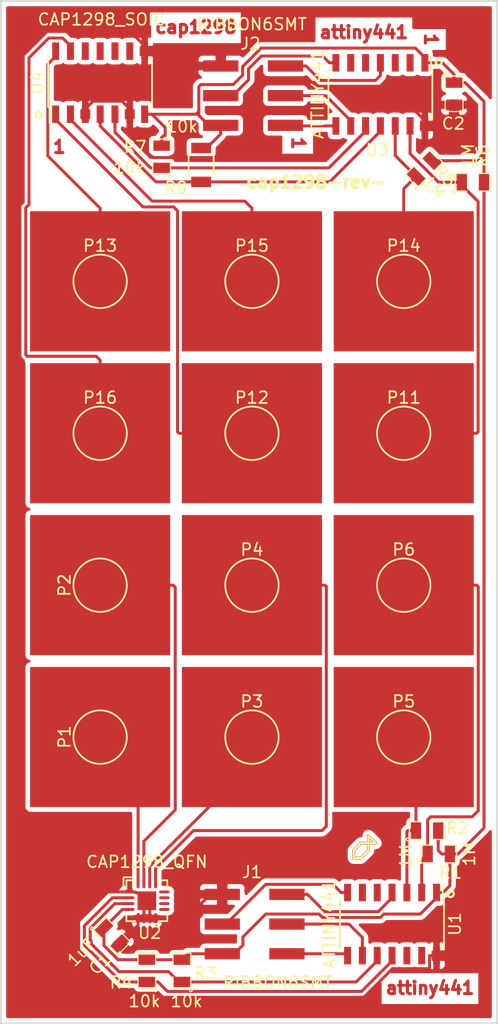
<source format=kicad_pcb>
(kicad_pcb (version 4) (host pcbnew 4.0.7-e0-6372~58~ubuntu16.04.1)

  (general
    (links 61)
    (no_connects 0)
    (area 22.424999 19.924999 65.075001 107.575001)
    (thickness 1.6)
    (drawings 21)
    (tracks 293)
    (zones 0)
    (modules 28)
    (nets 27)
  )

  (page User 200 150.012)
  (layers
    (0 F.Cu signal)
    (31 B.Cu signal)
    (32 B.Adhes user)
    (33 F.Adhes user)
    (34 B.Paste user)
    (35 F.Paste user)
    (36 B.SilkS user)
    (37 F.SilkS user)
    (38 B.Mask user)
    (39 F.Mask user)
    (40 Dwgs.User user)
    (41 Cmts.User user)
    (42 Eco1.User user)
    (43 Eco2.User user)
    (44 Edge.Cuts user)
    (45 Margin user)
    (46 B.CrtYd user)
    (47 F.CrtYd user)
    (48 B.Fab user)
    (49 F.Fab user)
  )

  (setup
    (last_trace_width 0.254)
    (trace_clearance 0.2413)
    (zone_clearance 0.381)
    (zone_45_only no)
    (trace_min 0.2)
    (segment_width 0.2)
    (edge_width 0.15)
    (via_size 0.6)
    (via_drill 0.4)
    (via_min_size 0.4)
    (via_min_drill 0.3)
    (uvia_size 0.3)
    (uvia_drill 0.1)
    (uvias_allowed no)
    (uvia_min_size 0)
    (uvia_min_drill 0)
    (pcb_text_width 0.3)
    (pcb_text_size 1.0668 1.0668)
    (mod_edge_width 0.15)
    (mod_text_size 1 1)
    (mod_text_width 0.15)
    (pad_size 12 12)
    (pad_drill 0)
    (pad_to_mask_clearance 0.2)
    (aux_axis_origin 0 0)
    (visible_elements FFFFFF7F)
    (pcbplotparams
      (layerselection 0x000a0_00000001)
      (usegerberextensions false)
      (excludeedgelayer false)
      (linewidth 0.100000)
      (plotframeref false)
      (viasonmask false)
      (mode 1)
      (useauxorigin false)
      (hpglpennumber 1)
      (hpglpenspeed 20)
      (hpglpendiameter 15)
      (hpglpenoverlay 2)
      (psnegative false)
      (psa4output false)
      (plotreference true)
      (plotvalue true)
      (plotinvisibletext false)
      (padsonsilk false)
      (subtractmaskfromsilk false)
      (outputformat 1)
      (mirror false)
      (drillshape 0)
      (scaleselection 1)
      (outputdirectory cap1298-rev-))
  )

  (net 0 "")
  (net 1 +5V)
  (net 2 GND)
  (net 3 "Net-(P1-Pad1)")
  (net 4 "Net-(P2-Pad1)")
  (net 5 "Net-(P3-Pad1)")
  (net 6 "Net-(P4-Pad1)")
  (net 7 "Net-(P5-Pad1)")
  (net 8 "Net-(P6-Pad1)")
  (net 9 "Net-(P11-Pad1)")
  (net 10 "Net-(P12-Pad1)")
  (net 11 "Net-(P13-Pad1)")
  (net 12 "Net-(P14-Pad1)")
  (net 13 "Net-(P15-Pad1)")
  (net 14 "Net-(P16-Pad1)")
  (net 15 "Net-(R3-Pad1)")
  (net 16 "Net-(R4-Pad1)")
  (net 17 "Net-(R7-Pad1)")
  (net 18 "Net-(R8-Pad1)")
  (net 19 "Net-(J1-Pad4)")
  (net 20 "Net-(J1-Pad1)")
  (net 21 "Net-(J1-Pad3)")
  (net 22 "Net-(J1-Pad5)")
  (net 23 "Net-(J2-Pad4)")
  (net 24 "Net-(J2-Pad1)")
  (net 25 "Net-(J2-Pad3)")
  (net 26 "Net-(J2-Pad5)")

  (net_class Default "This is the default net class."
    (clearance 0.2413)
    (trace_width 0.254)
    (via_dia 0.6)
    (via_drill 0.4)
    (uvia_dia 0.3)
    (uvia_drill 0.1)
    (add_net +5V)
    (add_net GND)
    (add_net "Net-(J1-Pad1)")
    (add_net "Net-(J1-Pad3)")
    (add_net "Net-(J1-Pad4)")
    (add_net "Net-(J1-Pad5)")
    (add_net "Net-(J2-Pad1)")
    (add_net "Net-(J2-Pad3)")
    (add_net "Net-(J2-Pad4)")
    (add_net "Net-(J2-Pad5)")
    (add_net "Net-(P1-Pad1)")
    (add_net "Net-(P11-Pad1)")
    (add_net "Net-(P12-Pad1)")
    (add_net "Net-(P13-Pad1)")
    (add_net "Net-(P14-Pad1)")
    (add_net "Net-(P15-Pad1)")
    (add_net "Net-(P16-Pad1)")
    (add_net "Net-(P2-Pad1)")
    (add_net "Net-(P3-Pad1)")
    (add_net "Net-(P4-Pad1)")
    (add_net "Net-(P5-Pad1)")
    (add_net "Net-(P6-Pad1)")
    (add_net "Net-(R3-Pad1)")
    (add_net "Net-(R4-Pad1)")
    (add_net "Net-(R7-Pad1)")
    (add_net "Net-(R8-Pad1)")
  )

  (module SM0805 (layer F.Cu) (tedit 59B769E4) (tstamp 5989DAD3)
    (at 32 100 315)
    (path /5984FEC8)
    (attr smd)
    (fp_text reference C1 (at 0.989949 2.404163 405) (layer F.SilkS)
      (effects (font (size 1 1) (thickness 0.15)))
    )
    (fp_text value 1uF (at -0.848528 2.828427 405) (layer F.SilkS)
      (effects (font (size 1 1) (thickness 0.15)))
    )
    (fp_circle (center -1.651 0.762) (end -1.651 0.635) (layer F.SilkS) (width 0.09906))
    (fp_line (start -0.508 0.762) (end -1.524 0.762) (layer F.SilkS) (width 0.09906))
    (fp_line (start -1.524 0.762) (end -1.524 -0.762) (layer F.SilkS) (width 0.09906))
    (fp_line (start -1.524 -0.762) (end -0.508 -0.762) (layer F.SilkS) (width 0.09906))
    (fp_line (start 0.508 -0.762) (end 1.524 -0.762) (layer F.SilkS) (width 0.09906))
    (fp_line (start 1.524 -0.762) (end 1.524 0.762) (layer F.SilkS) (width 0.09906))
    (fp_line (start 1.524 0.762) (end 0.508 0.762) (layer F.SilkS) (width 0.09906))
    (pad 1 smd rect (at -0.9525 0 315) (size 0.889 1.397) (layers F.Cu F.Paste F.Mask)
      (net 1 +5V))
    (pad 2 smd rect (at 0.9525 0 315) (size 0.889 1.397) (layers F.Cu F.Paste F.Mask)
      (net 2 GND))
    (model smd/chip_cms.wrl
      (at (xyz 0 0 0))
      (scale (xyz 0.1 0.1 0.1))
      (rotate (xyz 0 0 0))
    )
  )

  (module SM0805 (layer F.Cu) (tedit 59B76ACD) (tstamp 5989DAE0)
    (at 61.31 27.9475 270)
    (path /5985294D)
    (attr smd)
    (fp_text reference C2 (at 2.5525 0.06 360) (layer F.SilkS)
      (effects (font (size 1 1) (thickness 0.15)))
    )
    (fp_text value 1uF (at -0.1975 -1.94 270) (layer F.SilkS) hide
      (effects (font (size 1 1) (thickness 0.15)))
    )
    (fp_circle (center -1.651 0.762) (end -1.651 0.635) (layer F.SilkS) (width 0.09906))
    (fp_line (start -0.508 0.762) (end -1.524 0.762) (layer F.SilkS) (width 0.09906))
    (fp_line (start -1.524 0.762) (end -1.524 -0.762) (layer F.SilkS) (width 0.09906))
    (fp_line (start -1.524 -0.762) (end -0.508 -0.762) (layer F.SilkS) (width 0.09906))
    (fp_line (start 0.508 -0.762) (end 1.524 -0.762) (layer F.SilkS) (width 0.09906))
    (fp_line (start 1.524 -0.762) (end 1.524 0.762) (layer F.SilkS) (width 0.09906))
    (fp_line (start 1.524 0.762) (end 0.508 0.762) (layer F.SilkS) (width 0.09906))
    (pad 1 smd rect (at -0.9525 0 270) (size 0.889 1.397) (layers F.Cu F.Paste F.Mask)
      (net 1 +5V))
    (pad 2 smd rect (at 0.9525 0 270) (size 0.889 1.397) (layers F.Cu F.Paste F.Mask)
      (net 2 GND))
    (model smd/chip_cms.wrl
      (at (xyz 0 0 0))
      (scale (xyz 0.1 0.1 0.1))
      (rotate (xyz 0 0 0))
    )
  )

  (module 1pin (layer F.Cu) (tedit 59B76960) (tstamp 5989DAE6)
    (at 31 83 90)
    (descr "module 1 pin (ou trou mecanique de percage)")
    (tags DEV)
    (path /5984B3C6)
    (fp_text reference P1 (at 0 -3.048 90) (layer F.SilkS)
      (effects (font (size 1 1) (thickness 0.15)))
    )
    (fp_text value CONN_1 (at 0 2.794 90) (layer F.Fab)
      (effects (font (size 1 1) (thickness 0.15)))
    )
    (fp_circle (center 0 0) (end 0 -2.286) (layer F.SilkS) (width 0.15))
    (pad 1 smd rect (at 0 0 90) (size 12 12) (layers F.Cu)
      (net 3 "Net-(P1-Pad1)"))
  )

  (module 1pin (layer F.Cu) (tedit 59B76955) (tstamp 5989DAEC)
    (at 31 70 90)
    (descr "module 1 pin (ou trou mecanique de percage)")
    (tags DEV)
    (path /5984B49D)
    (fp_text reference P2 (at 0 -3.048 90) (layer F.SilkS)
      (effects (font (size 1 1) (thickness 0.15)))
    )
    (fp_text value CONN_1 (at 0 2.794 90) (layer F.Fab)
      (effects (font (size 1 1) (thickness 0.15)))
    )
    (fp_circle (center 0 0) (end 0 -2.286) (layer F.SilkS) (width 0.15))
    (pad 1 smd rect (at 0 0 90) (size 12 12) (layers F.Cu)
      (net 4 "Net-(P2-Pad1)"))
  )

  (module 1pin (layer F.Cu) (tedit 59B76962) (tstamp 5989DAF2)
    (at 44 83)
    (descr "module 1 pin (ou trou mecanique de percage)")
    (tags DEV)
    (path /5984B4C9)
    (fp_text reference P3 (at 0 -3.048) (layer F.SilkS)
      (effects (font (size 1 1) (thickness 0.15)))
    )
    (fp_text value CONN_1 (at 0 2.794) (layer F.Fab)
      (effects (font (size 1 1) (thickness 0.15)))
    )
    (fp_circle (center 0 0) (end 0 -2.286) (layer F.SilkS) (width 0.15))
    (pad 1 smd rect (at 0 0) (size 12 12) (layers F.Cu)
      (net 5 "Net-(P3-Pad1)"))
  )

  (module 1pin (layer F.Cu) (tedit 59B76958) (tstamp 5989DAF8)
    (at 44 70)
    (descr "module 1 pin (ou trou mecanique de percage)")
    (tags DEV)
    (path /5984B501)
    (fp_text reference P4 (at 0 -3.048) (layer F.SilkS)
      (effects (font (size 1 1) (thickness 0.15)))
    )
    (fp_text value CONN_1 (at 0 2.794) (layer F.Fab)
      (effects (font (size 1 1) (thickness 0.15)))
    )
    (fp_circle (center 0 0) (end 0 -2.286) (layer F.SilkS) (width 0.15))
    (pad 1 smd rect (at 0 0) (size 12 12) (layers F.Cu)
      (net 6 "Net-(P4-Pad1)"))
  )

  (module 1pin (layer F.Cu) (tedit 59B76965) (tstamp 5989DAFE)
    (at 57 83)
    (descr "module 1 pin (ou trou mecanique de percage)")
    (tags DEV)
    (path /5984FCC0)
    (fp_text reference P5 (at 0 -3.048) (layer F.SilkS)
      (effects (font (size 1 1) (thickness 0.15)))
    )
    (fp_text value CONN_1 (at 0 2.794) (layer F.Fab)
      (effects (font (size 1 1) (thickness 0.15)))
    )
    (fp_circle (center 0 0) (end 0 -2.286) (layer F.SilkS) (width 0.15))
    (pad 1 smd rect (at 0 0) (size 12 12) (layers F.Cu)
      (net 7 "Net-(P5-Pad1)"))
  )

  (module 1pin (layer F.Cu) (tedit 59B7695B) (tstamp 5989DB04)
    (at 57 70)
    (descr "module 1 pin (ou trou mecanique de percage)")
    (tags DEV)
    (path /5984FBFC)
    (fp_text reference P6 (at 0 -3.048) (layer F.SilkS)
      (effects (font (size 1 1) (thickness 0.15)))
    )
    (fp_text value CONN_1 (at 0 2.794) (layer F.Fab)
      (effects (font (size 1 1) (thickness 0.15)))
    )
    (fp_circle (center 0 0) (end 0 -2.286) (layer F.SilkS) (width 0.15))
    (pad 1 smd rect (at 0 0) (size 12 12) (layers F.Cu)
      (net 8 "Net-(P6-Pad1)"))
  )

  (module 1pin (layer F.Cu) (tedit 59B7694C) (tstamp 5989DB22)
    (at 57 57)
    (descr "module 1 pin (ou trou mecanique de percage)")
    (tags DEV)
    (path /59852947)
    (fp_text reference P11 (at 0 -3.048) (layer F.SilkS)
      (effects (font (size 1 1) (thickness 0.15)))
    )
    (fp_text value CONN_1 (at 0 2.794) (layer F.Fab)
      (effects (font (size 1 1) (thickness 0.15)))
    )
    (fp_circle (center 0 0) (end 0 -2.286) (layer F.SilkS) (width 0.15))
    (pad 1 smd rect (at 0 0) (size 12 12) (layers F.Cu)
      (net 9 "Net-(P11-Pad1)"))
  )

  (module 1pin (layer F.Cu) (tedit 59B7694F) (tstamp 5989DB28)
    (at 44 57)
    (descr "module 1 pin (ou trou mecanique de percage)")
    (tags DEV)
    (path /5984BA40)
    (fp_text reference P12 (at 0 -3.048) (layer F.SilkS)
      (effects (font (size 1 1) (thickness 0.15)))
    )
    (fp_text value CONN_1 (at 0 2.794) (layer F.Fab)
      (effects (font (size 1 1) (thickness 0.15)))
    )
    (fp_circle (center 0 0) (end 0 -2.286) (layer F.SilkS) (width 0.15))
    (pad 1 smd rect (at 0 0) (size 12 12) (layers F.Cu)
      (net 10 "Net-(P12-Pad1)"))
  )

  (module 1pin (layer F.Cu) (tedit 59B76944) (tstamp 5989DB2E)
    (at 31 44)
    (descr "module 1 pin (ou trou mecanique de percage)")
    (tags DEV)
    (path /5984BD8B)
    (fp_text reference P13 (at 0 -3.048) (layer F.SilkS)
      (effects (font (size 1 1) (thickness 0.15)))
    )
    (fp_text value CONN_1 (at 0 2.794) (layer F.Fab)
      (effects (font (size 1 1) (thickness 0.15)))
    )
    (fp_circle (center 0 0) (end 0 -2.286) (layer F.SilkS) (width 0.15))
    (pad 1 smd rect (at 0 0) (size 12 12) (layers F.Cu)
      (net 11 "Net-(P13-Pad1)"))
  )

  (module 1pin (layer F.Cu) (tedit 59B76949) (tstamp 5989DB34)
    (at 57 44)
    (descr "module 1 pin (ou trou mecanique de percage)")
    (tags DEV)
    (path /59852941)
    (fp_text reference P14 (at 0 -3.048) (layer F.SilkS)
      (effects (font (size 1 1) (thickness 0.15)))
    )
    (fp_text value CONN_1 (at 0 2.794) (layer F.Fab)
      (effects (font (size 1 1) (thickness 0.15)))
    )
    (fp_circle (center 0 0) (end 0 -2.286) (layer F.SilkS) (width 0.15))
    (pad 1 smd rect (at 0 0) (size 12 12) (layers F.Cu)
      (net 12 "Net-(P14-Pad1)"))
  )

  (module 1pin (layer F.Cu) (tedit 59B76946) (tstamp 5989DB3A)
    (at 44 44)
    (descr "module 1 pin (ou trou mecanique de percage)")
    (tags DEV)
    (path /5984B8AE)
    (fp_text reference P15 (at 0 -3.048) (layer F.SilkS)
      (effects (font (size 1 1) (thickness 0.15)))
    )
    (fp_text value CONN_1 (at 0 2.794) (layer F.Fab)
      (effects (font (size 1 1) (thickness 0.15)))
    )
    (fp_circle (center 0 0) (end 0 -2.286) (layer F.SilkS) (width 0.15))
    (pad 1 smd rect (at 0 0) (size 12 12) (layers F.Cu)
      (net 13 "Net-(P15-Pad1)"))
  )

  (module 1pin (layer F.Cu) (tedit 59B76952) (tstamp 5989DB40)
    (at 31 57)
    (descr "module 1 pin (ou trou mecanique de percage)")
    (tags DEV)
    (path /5984BD2B)
    (fp_text reference P16 (at 0 -3.048) (layer F.SilkS)
      (effects (font (size 1 1) (thickness 0.15)))
    )
    (fp_text value CONN_1 (at 0 2.794) (layer F.Fab)
      (effects (font (size 1 1) (thickness 0.15)))
    )
    (fp_circle (center 0 0) (end 0 -2.286) (layer F.SilkS) (width 0.15))
    (pad 1 smd rect (at 0 0) (size 12 12) (layers F.Cu)
      (net 14 "Net-(P16-Pad1)"))
  )

  (module SM0805 (layer F.Cu) (tedit 59B76A64) (tstamp 5989DB65)
    (at 60 93)
    (path /5984F702)
    (attr smd)
    (fp_text reference R1 (at 1 1.6 180) (layer F.SilkS)
      (effects (font (size 1 1) (thickness 0.15)))
    )
    (fp_text value 1M (at 2.6 0 90) (layer F.SilkS)
      (effects (font (size 1 1) (thickness 0.15)))
    )
    (fp_circle (center -1.651 0.762) (end -1.651 0.635) (layer F.SilkS) (width 0.09906))
    (fp_line (start -0.508 0.762) (end -1.524 0.762) (layer F.SilkS) (width 0.09906))
    (fp_line (start -1.524 0.762) (end -1.524 -0.762) (layer F.SilkS) (width 0.09906))
    (fp_line (start -1.524 -0.762) (end -0.508 -0.762) (layer F.SilkS) (width 0.09906))
    (fp_line (start 0.508 -0.762) (end 1.524 -0.762) (layer F.SilkS) (width 0.09906))
    (fp_line (start 1.524 -0.762) (end 1.524 0.762) (layer F.SilkS) (width 0.09906))
    (fp_line (start 1.524 0.762) (end 0.508 0.762) (layer F.SilkS) (width 0.09906))
    (pad 1 smd rect (at -0.9525 0) (size 0.889 1.397) (layers F.Cu F.Paste F.Mask)
      (net 8 "Net-(P6-Pad1)"))
    (pad 2 smd rect (at 0.9525 0) (size 0.889 1.397) (layers F.Cu F.Paste F.Mask)
      (net 1 +5V))
    (model smd/chip_cms.wrl
      (at (xyz 0 0 0))
      (scale (xyz 0.1 0.1 0.1))
      (rotate (xyz 0 0 0))
    )
  )

  (module SM0805 (layer F.Cu) (tedit 59B76A61) (tstamp 5989DB72)
    (at 59 91)
    (path /5984F7ED)
    (attr smd)
    (fp_text reference R2 (at 2.6 -0.2 180) (layer F.SilkS)
      (effects (font (size 1 1) (thickness 0.15)))
    )
    (fp_text value 1M (at -1.8 2.2 90) (layer F.SilkS)
      (effects (font (size 1 1) (thickness 0.15)))
    )
    (fp_circle (center -1.651 0.762) (end -1.651 0.635) (layer F.SilkS) (width 0.09906))
    (fp_line (start -0.508 0.762) (end -1.524 0.762) (layer F.SilkS) (width 0.09906))
    (fp_line (start -1.524 0.762) (end -1.524 -0.762) (layer F.SilkS) (width 0.09906))
    (fp_line (start -1.524 -0.762) (end -0.508 -0.762) (layer F.SilkS) (width 0.09906))
    (fp_line (start 0.508 -0.762) (end 1.524 -0.762) (layer F.SilkS) (width 0.09906))
    (fp_line (start 1.524 -0.762) (end 1.524 0.762) (layer F.SilkS) (width 0.09906))
    (fp_line (start 1.524 0.762) (end 0.508 0.762) (layer F.SilkS) (width 0.09906))
    (pad 1 smd rect (at -0.9525 0) (size 0.889 1.397) (layers F.Cu F.Paste F.Mask)
      (net 7 "Net-(P5-Pad1)"))
    (pad 2 smd rect (at 0.9525 0) (size 0.889 1.397) (layers F.Cu F.Paste F.Mask)
      (net 1 +5V))
    (model smd/chip_cms.wrl
      (at (xyz 0 0 0))
      (scale (xyz 0.1 0.1 0.1))
      (rotate (xyz 0 0 0))
    )
  )

  (module SM0805 (layer F.Cu) (tedit 59B76A39) (tstamp 5989DB7F)
    (at 38 103 90)
    (path /5984F843)
    (attr smd)
    (fp_text reference R3 (at -0.2 2 180) (layer F.SilkS)
      (effects (font (size 1 1) (thickness 0.15)))
    )
    (fp_text value 10k (at -2.6 0.4 180) (layer F.SilkS)
      (effects (font (size 1 1) (thickness 0.15)))
    )
    (fp_circle (center -1.651 0.762) (end -1.651 0.635) (layer F.SilkS) (width 0.09906))
    (fp_line (start -0.508 0.762) (end -1.524 0.762) (layer F.SilkS) (width 0.09906))
    (fp_line (start -1.524 0.762) (end -1.524 -0.762) (layer F.SilkS) (width 0.09906))
    (fp_line (start -1.524 -0.762) (end -0.508 -0.762) (layer F.SilkS) (width 0.09906))
    (fp_line (start 0.508 -0.762) (end 1.524 -0.762) (layer F.SilkS) (width 0.09906))
    (fp_line (start 1.524 -0.762) (end 1.524 0.762) (layer F.SilkS) (width 0.09906))
    (fp_line (start 1.524 0.762) (end 0.508 0.762) (layer F.SilkS) (width 0.09906))
    (pad 1 smd rect (at -0.9525 0 90) (size 0.889 1.397) (layers F.Cu F.Paste F.Mask)
      (net 15 "Net-(R3-Pad1)"))
    (pad 2 smd rect (at 0.9525 0 90) (size 0.889 1.397) (layers F.Cu F.Paste F.Mask)
      (net 1 +5V))
    (model smd/chip_cms.wrl
      (at (xyz 0 0 0))
      (scale (xyz 0.1 0.1 0.1))
      (rotate (xyz 0 0 0))
    )
  )

  (module SM0805 (layer F.Cu) (tedit 59B76A3B) (tstamp 5989DB8C)
    (at 35 103 90)
    (path /5984F89C)
    (attr smd)
    (fp_text reference R4 (at -1 -2.2 180) (layer F.SilkS)
      (effects (font (size 1 1) (thickness 0.15)))
    )
    (fp_text value 10k (at -2.6 -0.2 180) (layer F.SilkS)
      (effects (font (size 1 1) (thickness 0.15)))
    )
    (fp_circle (center -1.651 0.762) (end -1.651 0.635) (layer F.SilkS) (width 0.09906))
    (fp_line (start -0.508 0.762) (end -1.524 0.762) (layer F.SilkS) (width 0.09906))
    (fp_line (start -1.524 0.762) (end -1.524 -0.762) (layer F.SilkS) (width 0.09906))
    (fp_line (start -1.524 -0.762) (end -0.508 -0.762) (layer F.SilkS) (width 0.09906))
    (fp_line (start 0.508 -0.762) (end 1.524 -0.762) (layer F.SilkS) (width 0.09906))
    (fp_line (start 1.524 -0.762) (end 1.524 0.762) (layer F.SilkS) (width 0.09906))
    (fp_line (start 1.524 0.762) (end 0.508 0.762) (layer F.SilkS) (width 0.09906))
    (pad 1 smd rect (at -0.9525 0 90) (size 0.889 1.397) (layers F.Cu F.Paste F.Mask)
      (net 16 "Net-(R4-Pad1)"))
    (pad 2 smd rect (at 0.9525 0 90) (size 0.889 1.397) (layers F.Cu F.Paste F.Mask)
      (net 1 +5V))
    (model smd/chip_cms.wrl
      (at (xyz 0 0 0))
      (scale (xyz 0.1 0.1 0.1))
      (rotate (xyz 0 0 0))
    )
  )

  (module SM0805 (layer F.Cu) (tedit 59B76B1D) (tstamp 5989DB99)
    (at 58.73 34.35 45)
    (path /59852909)
    (attr smd)
    (fp_text reference R5 (at 0.81 1.72 135) (layer F.SilkS)
      (effects (font (size 1 1) (thickness 0.15)))
    )
    (fp_text value 1M (at -0.55 1.72 135) (layer F.SilkS)
      (effects (font (size 1 1) (thickness 0.15)))
    )
    (fp_circle (center -1.651 0.762) (end -1.651 0.635) (layer F.SilkS) (width 0.09906))
    (fp_line (start -0.508 0.762) (end -1.524 0.762) (layer F.SilkS) (width 0.09906))
    (fp_line (start -1.524 0.762) (end -1.524 -0.762) (layer F.SilkS) (width 0.09906))
    (fp_line (start -1.524 -0.762) (end -0.508 -0.762) (layer F.SilkS) (width 0.09906))
    (fp_line (start 0.508 -0.762) (end 1.524 -0.762) (layer F.SilkS) (width 0.09906))
    (fp_line (start 1.524 -0.762) (end 1.524 0.762) (layer F.SilkS) (width 0.09906))
    (fp_line (start 1.524 0.762) (end 0.508 0.762) (layer F.SilkS) (width 0.09906))
    (pad 1 smd rect (at -0.9525 0 45) (size 0.889 1.397) (layers F.Cu F.Paste F.Mask)
      (net 12 "Net-(P14-Pad1)"))
    (pad 2 smd rect (at 0.9525 0 45) (size 0.889 1.397) (layers F.Cu F.Paste F.Mask)
      (net 1 +5V))
    (model smd/chip_cms.wrl
      (at (xyz 0 0 0))
      (scale (xyz 0.1 0.1 0.1))
      (rotate (xyz 0 0 0))
    )
  )

  (module SM0805 (layer F.Cu) (tedit 59B76B18) (tstamp 5989DBA6)
    (at 62.9225 35.52)
    (path /5985290F)
    (attr smd)
    (fp_text reference R6 (at 0.8275 -2.27 90) (layer F.SilkS)
      (effects (font (size 1 1) (thickness 0.15)))
    )
    (fp_text value 1M (at -0.4225 -2.27 90) (layer F.SilkS)
      (effects (font (size 1 1) (thickness 0.15)))
    )
    (fp_circle (center -1.651 0.762) (end -1.651 0.635) (layer F.SilkS) (width 0.09906))
    (fp_line (start -0.508 0.762) (end -1.524 0.762) (layer F.SilkS) (width 0.09906))
    (fp_line (start -1.524 0.762) (end -1.524 -0.762) (layer F.SilkS) (width 0.09906))
    (fp_line (start -1.524 -0.762) (end -0.508 -0.762) (layer F.SilkS) (width 0.09906))
    (fp_line (start 0.508 -0.762) (end 1.524 -0.762) (layer F.SilkS) (width 0.09906))
    (fp_line (start 1.524 -0.762) (end 1.524 0.762) (layer F.SilkS) (width 0.09906))
    (fp_line (start 1.524 0.762) (end 0.508 0.762) (layer F.SilkS) (width 0.09906))
    (pad 1 smd rect (at -0.9525 0) (size 0.889 1.397) (layers F.Cu F.Paste F.Mask)
      (net 9 "Net-(P11-Pad1)"))
    (pad 2 smd rect (at 0.9525 0) (size 0.889 1.397) (layers F.Cu F.Paste F.Mask)
      (net 1 +5V))
    (model smd/chip_cms.wrl
      (at (xyz 0 0 0))
      (scale (xyz 0.1 0.1 0.1))
      (rotate (xyz 0 0 0))
    )
  )

  (module SM0805 (layer F.Cu) (tedit 59B76B04) (tstamp 5989DBB3)
    (at 36.27 33.34 90)
    (path /59852915)
    (attr smd)
    (fp_text reference R7 (at 0.84 -2.27 180) (layer F.SilkS)
      (effects (font (size 1 1) (thickness 0.15)))
    )
    (fp_text value 10k (at -0.91 -2.77 180) (layer F.SilkS)
      (effects (font (size 1 1) (thickness 0.15)))
    )
    (fp_circle (center -1.651 0.762) (end -1.651 0.635) (layer F.SilkS) (width 0.09906))
    (fp_line (start -0.508 0.762) (end -1.524 0.762) (layer F.SilkS) (width 0.09906))
    (fp_line (start -1.524 0.762) (end -1.524 -0.762) (layer F.SilkS) (width 0.09906))
    (fp_line (start -1.524 -0.762) (end -0.508 -0.762) (layer F.SilkS) (width 0.09906))
    (fp_line (start 0.508 -0.762) (end 1.524 -0.762) (layer F.SilkS) (width 0.09906))
    (fp_line (start 1.524 -0.762) (end 1.524 0.762) (layer F.SilkS) (width 0.09906))
    (fp_line (start 1.524 0.762) (end 0.508 0.762) (layer F.SilkS) (width 0.09906))
    (pad 1 smd rect (at -0.9525 0 90) (size 0.889 1.397) (layers F.Cu F.Paste F.Mask)
      (net 17 "Net-(R7-Pad1)"))
    (pad 2 smd rect (at 0.9525 0 90) (size 0.889 1.397) (layers F.Cu F.Paste F.Mask)
      (net 1 +5V))
    (model smd/chip_cms.wrl
      (at (xyz 0 0 0))
      (scale (xyz 0.1 0.1 0.1))
      (rotate (xyz 0 0 0))
    )
  )

  (module SOIC-14_3.9x8.7mm_Pitch1.27mm (layer F.Cu) (tedit 59B76A9E) (tstamp 5989DC00)
    (at 31 27 90)
    (descr "14-Lead Plastic Small Outline (SL) - Narrow, 3.90 mm Body [SOIC] (see Microchip Packaging Specification 00000049BS.pdf)")
    (tags "SOIC 1.27")
    (path /5984B7F1)
    (attr smd)
    (fp_text reference U4 (at 0 -5.375 90) (layer F.SilkS)
      (effects (font (size 1 1) (thickness 0.15)))
    )
    (fp_text value CAP1298_SOIC (at 5.41 0.115 180) (layer F.SilkS)
      (effects (font (size 1 1) (thickness 0.15)))
    )
    (fp_line (start -3.7 -4.65) (end -3.7 4.65) (layer F.CrtYd) (width 0.05))
    (fp_line (start 3.7 -4.65) (end 3.7 4.65) (layer F.CrtYd) (width 0.05))
    (fp_line (start -3.7 -4.65) (end 3.7 -4.65) (layer F.CrtYd) (width 0.05))
    (fp_line (start -3.7 4.65) (end 3.7 4.65) (layer F.CrtYd) (width 0.05))
    (fp_line (start -2.075 -4.45) (end -2.075 -4.335) (layer F.SilkS) (width 0.15))
    (fp_line (start 2.075 -4.45) (end 2.075 -4.335) (layer F.SilkS) (width 0.15))
    (fp_line (start 2.075 4.45) (end 2.075 4.335) (layer F.SilkS) (width 0.15))
    (fp_line (start -2.075 4.45) (end -2.075 4.335) (layer F.SilkS) (width 0.15))
    (fp_line (start -2.075 -4.45) (end 2.075 -4.45) (layer F.SilkS) (width 0.15))
    (fp_line (start -2.075 4.45) (end 2.075 4.45) (layer F.SilkS) (width 0.15))
    (fp_line (start -2.075 -4.335) (end -3.45 -4.335) (layer F.SilkS) (width 0.15))
    (pad 1 smd rect (at -2.7 -3.81 90) (size 1.5 0.6) (layers F.Cu F.Paste F.Mask)
      (net 10 "Net-(P12-Pad1)"))
    (pad 2 smd rect (at -2.7 -2.54 90) (size 1.5 0.6) (layers F.Cu F.Paste F.Mask)
      (net 13 "Net-(P15-Pad1)"))
    (pad 3 smd rect (at -2.7 -1.27 90) (size 1.5 0.6) (layers F.Cu F.Paste F.Mask)
      (net 2 GND))
    (pad 4 smd rect (at -2.7 0 90) (size 1.5 0.6) (layers F.Cu F.Paste F.Mask)
      (net 18 "Net-(R8-Pad1)"))
    (pad 5 smd rect (at -2.7 1.27 90) (size 1.5 0.6) (layers F.Cu F.Paste F.Mask)
      (net 17 "Net-(R7-Pad1)"))
    (pad 6 smd rect (at -2.7 2.54 90) (size 1.5 0.6) (layers F.Cu F.Paste F.Mask)
      (net 2 GND))
    (pad 7 smd rect (at -2.7 3.81 90) (size 1.5 0.6) (layers F.Cu F.Paste F.Mask)
      (net 1 +5V))
    (pad 8 smd rect (at 2.7 3.81 90) (size 1.5 0.6) (layers F.Cu F.Paste F.Mask)
      (net 2 GND))
    (pad 9 smd rect (at 2.7 2.54 90) (size 1.5 0.6) (layers F.Cu F.Paste F.Mask))
    (pad 10 smd rect (at 2.7 1.27 90) (size 1.5 0.6) (layers F.Cu F.Paste F.Mask))
    (pad 11 smd rect (at 2.7 0 90) (size 1.5 0.6) (layers F.Cu F.Paste F.Mask))
    (pad 12 smd rect (at 2.7 -1.27 90) (size 1.5 0.6) (layers F.Cu F.Paste F.Mask))
    (pad 13 smd rect (at 2.7 -2.54 90) (size 1.5 0.6) (layers F.Cu F.Paste F.Mask)
      (net 14 "Net-(P16-Pad1)"))
    (pad 14 smd rect (at 2.7 -3.81 90) (size 1.5 0.6) (layers F.Cu F.Paste F.Mask)
      (net 11 "Net-(P13-Pad1)"))
    (model Housings_SOIC.3dshapes/SOIC-14_3.9x8.7mm_Pitch1.27mm.wrl
      (at (xyz 0 0 0))
      (scale (xyz 1 1 1))
      (rotate (xyz 0 0 0))
    )
  )

  (module RIBBON6SMT (layer F.Cu) (tedit 59B76A2C) (tstamp 5989DE0D)
    (at 44 99 90)
    (path /5984E0B0)
    (fp_text reference J1 (at 4.445 0 180) (layer F.SilkS)
      (effects (font (size 1 1) (thickness 0.15)))
    )
    (fp_text value RIBBON6SMT (at -5 2.2 180) (layer F.SilkS)
      (effects (font (size 1 1) (thickness 0.15)))
    )
    (pad 2 smd rect (at -2.54 -2.54 90) (size 0.9652 3.0226) (layers F.Cu F.Paste F.Mask)
      (net 1 +5V))
    (pad 4 smd rect (at 0 -2.54 90) (size 0.9652 3.0226) (layers F.Cu F.Paste F.Mask)
      (net 19 "Net-(J1-Pad4)"))
    (pad 6 smd rect (at 2.54 -2.54 90) (size 0.9652 3.0226) (layers F.Cu F.Paste F.Mask)
      (net 2 GND))
    (pad 1 smd rect (at -2.54 2.9972 90) (size 0.9652 3.0226) (layers F.Cu F.Paste F.Mask)
      (net 20 "Net-(J1-Pad1)"))
    (pad 3 smd rect (at 0 2.9972 90) (size 0.9652 3.0226) (layers F.Cu F.Paste F.Mask)
      (net 21 "Net-(J1-Pad3)"))
    (pad 5 smd rect (at 2.54 2.9972 90) (size 0.9652 3.0226) (layers F.Cu F.Paste F.Mask)
      (net 22 "Net-(J1-Pad5)"))
  )

  (module RIBBON6SMT (layer F.Cu) (tedit 59B76AF7) (tstamp 5989DE17)
    (at 43.87 28.11 90)
    (path /598528E4)
    (fp_text reference J2 (at 4.445 0 180) (layer F.SilkS)
      (effects (font (size 1 1) (thickness 0.15)))
    )
    (fp_text value RIBBON6SMT (at 6.11 0.13 360) (layer F.SilkS)
      (effects (font (size 1 1) (thickness 0.15)))
    )
    (pad 2 smd rect (at -2.54 -2.54 90) (size 0.9652 3.0226) (layers F.Cu F.Paste F.Mask)
      (net 1 +5V))
    (pad 4 smd rect (at 0 -2.54 90) (size 0.9652 3.0226) (layers F.Cu F.Paste F.Mask)
      (net 23 "Net-(J2-Pad4)"))
    (pad 6 smd rect (at 2.54 -2.54 90) (size 0.9652 3.0226) (layers F.Cu F.Paste F.Mask)
      (net 2 GND))
    (pad 1 smd rect (at -2.54 2.9972 90) (size 0.9652 3.0226) (layers F.Cu F.Paste F.Mask)
      (net 24 "Net-(J2-Pad1)"))
    (pad 3 smd rect (at 0 2.9972 90) (size 0.9652 3.0226) (layers F.Cu F.Paste F.Mask)
      (net 25 "Net-(J2-Pad3)"))
    (pad 5 smd rect (at 2.54 2.9972 90) (size 0.9652 3.0226) (layers F.Cu F.Paste F.Mask)
      (net 26 "Net-(J2-Pad5)"))
  )

  (module SOIC-14_3.9x8.7mm_Pitch1.27mm (layer F.Cu) (tedit 59B76AD0) (tstamp 5989DE34)
    (at 55 28 270)
    (descr "14-Lead Plastic Small Outline (SL) - Narrow, 3.90 mm Body [SOIC] (see Microchip Packaging Specification 00000049BS.pdf)")
    (tags "SOIC 1.27")
    (path /598528D8)
    (attr smd)
    (fp_text reference U3 (at 4.75 0.25 360) (layer F.SilkS)
      (effects (font (size 1 1) (thickness 0.15)))
    )
    (fp_text value ATTINY441 (at 0 5.375 270) (layer F.SilkS)
      (effects (font (size 1 1) (thickness 0.15)))
    )
    (fp_line (start -3.7 -4.65) (end -3.7 4.65) (layer F.CrtYd) (width 0.05))
    (fp_line (start 3.7 -4.65) (end 3.7 4.65) (layer F.CrtYd) (width 0.05))
    (fp_line (start -3.7 -4.65) (end 3.7 -4.65) (layer F.CrtYd) (width 0.05))
    (fp_line (start -3.7 4.65) (end 3.7 4.65) (layer F.CrtYd) (width 0.05))
    (fp_line (start -2.075 -4.45) (end -2.075 -4.335) (layer F.SilkS) (width 0.15))
    (fp_line (start 2.075 -4.45) (end 2.075 -4.335) (layer F.SilkS) (width 0.15))
    (fp_line (start 2.075 4.45) (end 2.075 4.335) (layer F.SilkS) (width 0.15))
    (fp_line (start -2.075 4.45) (end -2.075 4.335) (layer F.SilkS) (width 0.15))
    (fp_line (start -2.075 -4.45) (end 2.075 -4.45) (layer F.SilkS) (width 0.15))
    (fp_line (start -2.075 4.45) (end 2.075 4.45) (layer F.SilkS) (width 0.15))
    (fp_line (start -2.075 -4.335) (end -3.45 -4.335) (layer F.SilkS) (width 0.15))
    (pad 1 smd rect (at -2.7 -3.81 270) (size 1.5 0.6) (layers F.Cu F.Paste F.Mask)
      (net 1 +5V))
    (pad 2 smd rect (at -2.7 -2.54 270) (size 1.5 0.6) (layers F.Cu F.Paste F.Mask))
    (pad 3 smd rect (at -2.7 -1.27 270) (size 1.5 0.6) (layers F.Cu F.Paste F.Mask))
    (pad 4 smd rect (at -2.7 0 270) (size 1.5 0.6) (layers F.Cu F.Paste F.Mask)
      (net 26 "Net-(J2-Pad5)"))
    (pad 5 smd rect (at -2.7 1.27 270) (size 1.5 0.6) (layers F.Cu F.Paste F.Mask))
    (pad 6 smd rect (at -2.7 2.54 270) (size 1.5 0.6) (layers F.Cu F.Paste F.Mask))
    (pad 7 smd rect (at -2.7 3.81 270) (size 1.5 0.6) (layers F.Cu F.Paste F.Mask)
      (net 23 "Net-(J2-Pad4)"))
    (pad 8 smd rect (at 2.7 3.81 270) (size 1.5 0.6) (layers F.Cu F.Paste F.Mask)
      (net 24 "Net-(J2-Pad1)"))
    (pad 9 smd rect (at 2.7 2.54 270) (size 1.5 0.6) (layers F.Cu F.Paste F.Mask)
      (net 25 "Net-(J2-Pad3)"))
    (pad 10 smd rect (at 2.7 1.27 270) (size 1.5 0.6) (layers F.Cu F.Paste F.Mask)
      (net 17 "Net-(R7-Pad1)"))
    (pad 11 smd rect (at 2.7 0 270) (size 1.5 0.6) (layers F.Cu F.Paste F.Mask)
      (net 18 "Net-(R8-Pad1)"))
    (pad 12 smd rect (at 2.7 -1.27 270) (size 1.5 0.6) (layers F.Cu F.Paste F.Mask)
      (net 12 "Net-(P14-Pad1)"))
    (pad 13 smd rect (at 2.7 -2.54 270) (size 1.5 0.6) (layers F.Cu F.Paste F.Mask)
      (net 9 "Net-(P11-Pad1)"))
    (pad 14 smd rect (at 2.7 -3.81 270) (size 1.5 0.6) (layers F.Cu F.Paste F.Mask)
      (net 2 GND))
    (model Housings_SOIC.3dshapes/SOIC-14_3.9x8.7mm_Pitch1.27mm.wrl
      (at (xyz 0 0 0))
      (scale (xyz 1 1 1))
      (rotate (xyz 0 0 0))
    )
  )

  (module SOIC-14_3.9x8.7mm_Pitch1.27mm (layer F.Cu) (tedit 59B76A48) (tstamp 5989E209)
    (at 56 99 270)
    (descr "14-Lead Plastic Small Outline (SL) - Narrow, 3.90 mm Body [SOIC] (see Microchip Packaging Specification 00000049BS.pdf)")
    (tags "SOIC 1.27")
    (path /5984C3CB)
    (attr smd)
    (fp_text reference U1 (at 0 -5.375 270) (layer F.SilkS)
      (effects (font (size 1 1) (thickness 0.15)))
    )
    (fp_text value ATTINY441 (at 0 5.4 450) (layer F.SilkS)
      (effects (font (size 1 1) (thickness 0.15)))
    )
    (fp_line (start -3.7 -4.65) (end -3.7 4.65) (layer F.CrtYd) (width 0.05))
    (fp_line (start 3.7 -4.65) (end 3.7 4.65) (layer F.CrtYd) (width 0.05))
    (fp_line (start -3.7 -4.65) (end 3.7 -4.65) (layer F.CrtYd) (width 0.05))
    (fp_line (start -3.7 4.65) (end 3.7 4.65) (layer F.CrtYd) (width 0.05))
    (fp_line (start -2.075 -4.45) (end -2.075 -4.335) (layer F.SilkS) (width 0.15))
    (fp_line (start 2.075 -4.45) (end 2.075 -4.335) (layer F.SilkS) (width 0.15))
    (fp_line (start 2.075 4.45) (end 2.075 4.335) (layer F.SilkS) (width 0.15))
    (fp_line (start -2.075 4.45) (end -2.075 4.335) (layer F.SilkS) (width 0.15))
    (fp_line (start -2.075 -4.45) (end 2.075 -4.45) (layer F.SilkS) (width 0.15))
    (fp_line (start -2.075 4.45) (end 2.075 4.45) (layer F.SilkS) (width 0.15))
    (fp_line (start -2.075 -4.335) (end -3.45 -4.335) (layer F.SilkS) (width 0.15))
    (pad 1 smd rect (at -2.7 -3.81 270) (size 1.5 0.6) (layers F.Cu F.Paste F.Mask)
      (net 1 +5V))
    (pad 2 smd rect (at -2.7 -2.54 270) (size 1.5 0.6) (layers F.Cu F.Paste F.Mask)
      (net 8 "Net-(P6-Pad1)"))
    (pad 3 smd rect (at -2.7 -1.27 270) (size 1.5 0.6) (layers F.Cu F.Paste F.Mask)
      (net 7 "Net-(P5-Pad1)"))
    (pad 4 smd rect (at -2.7 0 270) (size 1.5 0.6) (layers F.Cu F.Paste F.Mask)
      (net 22 "Net-(J1-Pad5)"))
    (pad 5 smd rect (at -2.7 1.27 270) (size 1.5 0.6) (layers F.Cu F.Paste F.Mask))
    (pad 6 smd rect (at -2.7 2.54 270) (size 1.5 0.6) (layers F.Cu F.Paste F.Mask))
    (pad 7 smd rect (at -2.7 3.81 270) (size 1.5 0.6) (layers F.Cu F.Paste F.Mask)
      (net 19 "Net-(J1-Pad4)"))
    (pad 8 smd rect (at 2.7 3.81 270) (size 1.5 0.6) (layers F.Cu F.Paste F.Mask)
      (net 20 "Net-(J1-Pad1)"))
    (pad 9 smd rect (at 2.7 2.54 270) (size 1.5 0.6) (layers F.Cu F.Paste F.Mask)
      (net 21 "Net-(J1-Pad3)"))
    (pad 10 smd rect (at 2.7 1.27 270) (size 1.5 0.6) (layers F.Cu F.Paste F.Mask)
      (net 15 "Net-(R3-Pad1)"))
    (pad 11 smd rect (at 2.7 0 270) (size 1.5 0.6) (layers F.Cu F.Paste F.Mask)
      (net 16 "Net-(R4-Pad1)"))
    (pad 12 smd rect (at 2.7 -1.27 270) (size 1.5 0.6) (layers F.Cu F.Paste F.Mask))
    (pad 13 smd rect (at 2.7 -2.54 270) (size 1.5 0.6) (layers F.Cu F.Paste F.Mask))
    (pad 14 smd rect (at 2.7 -3.81 270) (size 1.5 0.6) (layers F.Cu F.Paste F.Mask)
      (net 2 GND))
    (model Housings_SOIC.3dshapes/SOIC-14_3.9x8.7mm_Pitch1.27mm.wrl
      (at (xyz 0 0 0))
      (scale (xyz 1 1 1))
      (rotate (xyz 0 0 0))
    )
  )

  (module QFN16_HOMEPRINT (layer F.Cu) (tedit 59B769D4) (tstamp 598BA882)
    (at 35 97)
    (path /5984B31A)
    (fp_text reference U2 (at 0.25 2.75) (layer F.SilkS)
      (effects (font (size 1 1) (thickness 0.15)))
    )
    (fp_text value CAP1298_QFN (at 0 -3.325) (layer F.SilkS)
      (effects (font (size 1 1) (thickness 0.15)))
    )
    (fp_line (start -1.25 -2) (end -1 -1.75) (layer F.SilkS) (width 0.15))
    (fp_line (start -2 -1.25) (end -1.75 -1) (layer F.SilkS) (width 0.15))
    (fp_line (start -2 -1.25) (end -2 -2) (layer F.SilkS) (width 0.15))
    (fp_line (start -2 -2) (end -1.25 -2) (layer F.SilkS) (width 0.15))
    (fp_line (start -1.75 1) (end -1.75 1.75) (layer F.SilkS) (width 0.15))
    (fp_line (start -1.75 1.75) (end -1 1.75) (layer F.SilkS) (width 0.15))
    (fp_line (start 1.75 1) (end 1.75 1.75) (layer F.SilkS) (width 0.15))
    (fp_line (start 1.75 1.75) (end 1 1.75) (layer F.SilkS) (width 0.15))
    (fp_line (start 1 -1.75) (end 1.75 -1.75) (layer F.SilkS) (width 0.15))
    (fp_line (start 1.75 -1.75) (end 1.75 -1) (layer F.SilkS) (width 0.15))
    (fp_line (start -1.75 -1) (end -1.75 -1.75) (layer F.SilkS) (width 0.15))
    (fp_line (start -1.75 -1.75) (end -1 -1.75) (layer F.SilkS) (width 0.15))
    (pad 1 smd oval (at -1.5 -0.75 90) (size 0.25 0.9) (layers F.Cu F.Paste F.Mask)
      (net 2 GND))
    (pad 17 smd rect (at 0 0) (size 1.6 1.6) (layers F.Cu F.Paste F.Mask)
      (net 2 GND))
    (pad 2 smd oval (at -1.5 -0.25 90) (size 0.25 0.9) (layers F.Cu F.Paste F.Mask)
      (net 16 "Net-(R4-Pad1)"))
    (pad 3 smd oval (at -1.5 0.25 90) (size 0.25 0.9) (layers F.Cu F.Paste F.Mask)
      (net 15 "Net-(R3-Pad1)"))
    (pad 4 smd oval (at -1.5 0.75 90) (size 0.25 0.9) (layers F.Cu F.Paste F.Mask)
      (net 1 +5V))
    (pad 5 smd oval (at -0.75 1.5) (size 0.25 0.9) (layers F.Cu F.Paste F.Mask)
      (net 2 GND))
    (pad 6 smd oval (at -0.25 1.5) (size 0.25 0.9) (layers F.Cu F.Paste F.Mask)
      (net 2 GND))
    (pad 7 smd oval (at 0.25 1.5) (size 0.25 0.9) (layers F.Cu F.Paste F.Mask)
      (net 2 GND))
    (pad 8 smd oval (at 0.75 1.5) (size 0.25 0.9) (layers F.Cu F.Paste F.Mask)
      (net 2 GND))
    (pad 9 smd oval (at 1.5 0.75 90) (size 0.25 0.9) (layers F.Cu F.Paste F.Mask))
    (pad 10 smd oval (at 1.5 0.25 90) (size 0.25 0.9) (layers F.Cu F.Paste F.Mask))
    (pad 11 smd oval (at 1.5 -0.25 90) (size 0.25 0.9) (layers F.Cu F.Paste F.Mask))
    (pad 12 smd oval (at 1.5 -0.75 90) (size 0.25 0.9) (layers F.Cu F.Paste F.Mask))
    (pad 13 smd oval (at 0.75 -1.5) (size 0.25 0.9) (layers F.Cu F.Paste F.Mask)
      (net 6 "Net-(P4-Pad1)"))
    (pad 14 smd oval (at 0.25 -1.5) (size 0.25 0.9) (layers F.Cu F.Paste F.Mask)
      (net 5 "Net-(P3-Pad1)"))
    (pad 15 smd oval (at -0.25 -1.5) (size 0.25 0.9) (layers F.Cu F.Paste F.Mask)
      (net 4 "Net-(P2-Pad1)"))
    (pad 16 smd oval (at -0.75 -1.5) (size 0.25 0.9) (layers F.Cu F.Paste F.Mask)
      (net 3 "Net-(P1-Pad1)"))
  )

  (module R_1206 (layer F.Cu) (tedit 59B76B0A) (tstamp 598BAD6E)
    (at 39.65 34.04 90)
    (descr "Resistor SMD 1206, reflow soldering, Vishay (see dcrcw.pdf)")
    (tags "resistor 1206")
    (path /5985291B)
    (attr smd)
    (fp_text reference R8 (at -1.96 -2.15 180) (layer F.SilkS)
      (effects (font (size 1 1) (thickness 0.15)))
    )
    (fp_text value 10k (at 3.29 -1.65 180) (layer F.SilkS)
      (effects (font (size 1 1) (thickness 0.15)))
    )
    (fp_line (start -2.2 -1.2) (end 2.2 -1.2) (layer F.CrtYd) (width 0.05))
    (fp_line (start -2.2 1.2) (end 2.2 1.2) (layer F.CrtYd) (width 0.05))
    (fp_line (start -2.2 -1.2) (end -2.2 1.2) (layer F.CrtYd) (width 0.05))
    (fp_line (start 2.2 -1.2) (end 2.2 1.2) (layer F.CrtYd) (width 0.05))
    (fp_line (start 1 1.075) (end -1 1.075) (layer F.SilkS) (width 0.15))
    (fp_line (start -1 -1.075) (end 1 -1.075) (layer F.SilkS) (width 0.15))
    (pad 1 smd rect (at -1.45 0 90) (size 0.9 1.7) (layers F.Cu F.Paste F.Mask)
      (net 18 "Net-(R8-Pad1)"))
    (pad 2 smd rect (at 1.45 0 90) (size 0.9 1.7) (layers F.Cu F.Paste F.Mask)
      (net 1 +5V))
    (model Resistors_SMD.3dshapes/R_1206.wrl
      (at (xyz 0 0 0))
      (scale (xyz 1 1 1))
      (rotate (xyz 0 0 0))
    )
  )

  (gr_text cap1298-rev- (at 49.5 35.5) (layer F.SilkS)
    (effects (font (size 1.0668 1.0668) (thickness 0.2667)))
  )
  (gr_circle (center 60 25.25) (end 60.25 25.25) (layer F.SilkS) (width 0.2))
  (gr_circle (center 25.75 29.75) (end 26 29.75) (layer F.SilkS) (width 0.2))
  (gr_line (start 53.975 92.71) (end 53.975 91.44) (angle 90) (layer F.SilkS) (width 0.2))
  (gr_line (start 53.34 93.345) (end 53.975 92.71) (angle 90) (layer F.SilkS) (width 0.2))
  (gr_line (start 52.705 93.345) (end 53.34 93.345) (angle 90) (layer F.SilkS) (width 0.2))
  (gr_line (start 52.705 92.71) (end 52.705 93.345) (angle 90) (layer F.SilkS) (width 0.2))
  (gr_line (start 53.34 92.075) (end 52.705 92.71) (angle 90) (layer F.SilkS) (width 0.2))
  (gr_line (start 54.61 92.075) (end 53.34 92.075) (angle 90) (layer F.SilkS) (width 0.2))
  (gr_line (start 53.975 91.44) (end 54.61 92.075) (angle 90) (layer F.SilkS) (width 0.2))
  (gr_circle (center 61 96.4) (end 61.2 96.6) (layer F.SilkS) (width 0.2))
  (gr_text attiny441 (at 53.58892 22.68728) (layer F.Cu)
    (effects (font (size 1.0668 1.0668) (thickness 0.2667)))
  )
  (gr_text attiny441 (at 59.24804 104.4702) (layer F.Cu)
    (effects (font (size 1.0668 1.0668) (thickness 0.2667)))
  )
  (gr_text cap1298 (at 39.20744 22.2504) (layer F.Cu)
    (effects (font (size 1.0668 1.0668) (thickness 0.2667)))
  )
  (gr_text 1 (at 47.97552 32.18688 270) (layer F.Cu)
    (effects (font (size 1.0668 1.0668) (thickness 0.2667)))
  )
  (gr_text 1 (at 59.3344 23.30704 270) (layer F.Cu)
    (effects (font (size 1.0668 1.0668) (thickness 0.2667)))
  )
  (gr_text 1 (at 27.5 32.5) (layer F.Cu)
    (effects (font (size 1.0668 1.0668) (thickness 0.2667)))
  )
  (gr_line (start 65 107.5) (end 65 20) (layer Edge.Cuts) (width 0.15))
  (gr_line (start 22.5 107.5) (end 65 107.5) (layer Edge.Cuts) (width 0.15))
  (gr_line (start 22.5 20) (end 22.5 107.5) (layer Edge.Cuts) (width 0.15))
  (gr_line (start 65 20) (end 22.5 20) (layer Edge.Cuts) (width 0.15))

  (segment (start 52.705 93.345) (end 52.705 92.71) (width 0.254) (layer F.Cu) (net 0))
  (segment (start 53.34 93.345) (end 52.705 93.345) (width 0.254) (layer F.Cu) (net 0) (tstamp 5989FEFB))
  (segment (start 53.975 92.71) (end 53.34 93.345) (width 0.254) (layer F.Cu) (net 0) (tstamp 5989FEFA))
  (segment (start 53.975 92.075) (end 53.975 92.71) (width 0.254) (layer F.Cu) (net 0) (tstamp 5989FEF9))
  (segment (start 53.34 92.075) (end 53.975 92.075) (width 0.254) (layer F.Cu) (net 0) (tstamp 5989FEF5))
  (segment (start 52.705 92.71) (end 53.34 92.075) (width 0.254) (layer F.Cu) (net 0) (tstamp 5989FEF4))
  (segment (start 53.975 92.075) (end 53.975 91.44) (width 0.254) (layer F.Cu) (net 0) (tstamp 5989FEF6))
  (segment (start 53.975 91.44) (end 54.61 92.075) (width 0.254) (layer F.Cu) (net 0) (tstamp 5989FEF7))
  (segment (start 54.61 92.075) (end 53.975 92.075) (width 0.254) (layer F.Cu) (net 0) (tstamp 5989FEF8))
  (segment (start 58.418521 98.141479) (end 59.81 96.75) (width 0.254) (layer F.Cu) (net 1))
  (segment (start 43.2253 100.101342) (end 45.185163 98.141479) (width 0.254) (layer F.Cu) (net 1))
  (segment (start 43.2253 100.8034) (end 43.2253 100.101342) (width 0.254) (layer F.Cu) (net 1))
  (segment (start 45.185163 98.141479) (end 49.743504 98.141479) (width 0.254) (layer F.Cu) (net 1))
  (segment (start 42.4887 101.54) (end 43.2253 100.8034) (width 0.254) (layer F.Cu) (net 1))
  (segment (start 41.46 101.54) (end 42.4887 101.54) (width 0.254) (layer F.Cu) (net 1))
  (segment (start 55.308996 98.141479) (end 58.418521 98.141479) (width 0.254) (layer F.Cu) (net 1))
  (segment (start 50.034082 98.432057) (end 55.018418 98.432057) (width 0.254) (layer F.Cu) (net 1))
  (segment (start 59.81 96.75) (end 59.81 96.3) (width 0.254) (layer F.Cu) (net 1))
  (segment (start 55.018418 98.432057) (end 55.308996 98.141479) (width 0.254) (layer F.Cu) (net 1))
  (segment (start 49.743504 98.141479) (end 50.034082 98.432057) (width 0.254) (layer F.Cu) (net 1))
  (segment (start 39.65 32.59) (end 40.1266 32.59) (width 0.254) (layer F.Cu) (net 1))
  (segment (start 41.33 31.3866) (end 41.33 30.65) (width 0.254) (layer F.Cu) (net 1))
  (segment (start 40.1266 32.59) (end 41.33 31.3866) (width 0.254) (layer F.Cu) (net 1))
  (segment (start 36.27 32.3875) (end 36.27 31.689) (width 0.254) (layer F.Cu) (net 1))
  (segment (start 36.27 31.689) (end 36.4215 31.5375) (width 0.254) (layer F.Cu) (net 1))
  (segment (start 36.4215 31.5375) (end 36.57 31.5375) (width 0.254) (layer F.Cu) (net 1))
  (segment (start 63.875 35.52) (end 63.875 90.776) (width 0.254) (layer F.Cu) (net 1))
  (segment (start 58 24.04) (end 44.79 24.04) (width 0.254) (layer F.Cu) (net 1))
  (segment (start 58.81 24.85) (end 58 24.04) (width 0.254) (layer F.Cu) (net 1))
  (segment (start 39.450399 27.332759) (end 39.450399 29.46) (width 0.254) (layer F.Cu) (net 1))
  (segment (start 43.209601 25.620399) (end 43.209601 26.347241) (width 0.254) (layer F.Cu) (net 1))
  (segment (start 43.209601 26.347241) (end 42.396842 27.16) (width 0.254) (layer F.Cu) (net 1))
  (segment (start 44.79 24.04) (end 43.209601 25.620399) (width 0.254) (layer F.Cu) (net 1))
  (segment (start 39.623158 27.16) (end 39.450399 27.332759) (width 0.254) (layer F.Cu) (net 1))
  (segment (start 42.396842 27.16) (end 39.623158 27.16) (width 0.254) (layer F.Cu) (net 1))
  (segment (start 39.450399 29.46) (end 39.450399 29.799099) (width 0.254) (layer F.Cu) (net 1))
  (segment (start 39.210399 29.7) (end 39.450399 29.46) (width 0.254) (layer F.Cu) (net 1))
  (segment (start 39.450399 29.799099) (end 40.3013 30.65) (width 0.254) (layer F.Cu) (net 1))
  (segment (start 40.3013 30.65) (end 41.33 30.65) (width 0.254) (layer F.Cu) (net 1))
  (segment (start 35.42 29.7) (end 39.210399 29.7) (width 0.254) (layer F.Cu) (net 1))
  (segment (start 34.81 29.7) (end 35.42 29.7) (width 0.254) (layer F.Cu) (net 1))
  (segment (start 36.57 30.839) (end 35.431 29.7) (width 0.254) (layer F.Cu) (net 1))
  (segment (start 36.57 31.5375) (end 36.57 30.839) (width 0.254) (layer F.Cu) (net 1))
  (segment (start 35.431 29.7) (end 35.42 29.7) (width 0.254) (layer F.Cu) (net 1))
  (segment (start 41.019 30.65) (end 41.33 30.65) (width 0.254) (layer F.Cu) (net 1))
  (segment (start 58.81 25.3) (end 58.81 24.85) (width 0.254) (layer F.Cu) (net 1))
  (segment (start 61.651 93) (end 60.9525 93) (width 0.254) (layer F.Cu) (net 1))
  (segment (start 63.875 90.776) (end 61.651 93) (width 0.254) (layer F.Cu) (net 1))
  (segment (start 63.875 28.6075) (end 63.875 33.04) (width 0.254) (layer F.Cu) (net 1))
  (segment (start 63.875 33.04) (end 63.875 34.5675) (width 0.254) (layer F.Cu) (net 1))
  (segment (start 59.403519 33.676481) (end 63.238519 33.676481) (width 0.254) (layer F.Cu) (net 1))
  (segment (start 63.238519 33.676481) (end 63.875 33.04) (width 0.254) (layer F.Cu) (net 1))
  (segment (start 61.31 26.995) (end 62.2625 26.995) (width 0.254) (layer F.Cu) (net 1))
  (segment (start 62.2625 26.995) (end 63.875 28.6075) (width 0.254) (layer F.Cu) (net 1))
  (segment (start 63.875 34.5675) (end 63.875 35.52) (width 0.254) (layer F.Cu) (net 1))
  (segment (start 58.81 25.3) (end 60.3135 25.3) (width 0.254) (layer F.Cu) (net 1))
  (segment (start 60.3135 25.3) (end 61.31 26.2965) (width 0.254) (layer F.Cu) (net 1))
  (segment (start 61.31 26.2965) (end 61.31 26.995) (width 0.254) (layer F.Cu) (net 1))
  (segment (start 31.326481 100.83518) (end 31.326481 100.055099) (width 0.254) (layer F.Cu) (net 1))
  (segment (start 32.538801 102.0475) (end 31.326481 100.83518) (width 0.254) (layer F.Cu) (net 1))
  (segment (start 35 102.0475) (end 32.538801 102.0475) (width 0.254) (layer F.Cu) (net 1))
  (segment (start 31.326481 100.055099) (end 31.326481 99.326481) (width 0.254) (layer F.Cu) (net 1))
  (segment (start 31.326481 99.326481) (end 32.902032 97.75093) (width 0.254) (layer F.Cu) (net 1))
  (segment (start 32.902032 97.75093) (end 33.49907 97.75093) (width 0.254) (layer F.Cu) (net 1))
  (segment (start 38 102.0475) (end 35 102.0475) (width 0.254) (layer F.Cu) (net 1))
  (segment (start 41.46 101.54) (end 38.5075 101.54) (width 0.254) (layer F.Cu) (net 1))
  (segment (start 38.5075 101.54) (end 38 102.0475) (width 0.254) (layer F.Cu) (net 1))
  (segment (start 59.9525 91) (end 59.9525 92.6985) (width 0.254) (layer F.Cu) (net 1))
  (segment (start 59.9525 92.6985) (end 60.254 93) (width 0.254) (layer F.Cu) (net 1))
  (segment (start 60.254 93) (end 60.9525 93) (width 0.254) (layer F.Cu) (net 1))
  (segment (start 59.81 96.3) (end 60.364 96.3) (width 0.254) (layer F.Cu) (net 1))
  (segment (start 60.364 96.3) (end 60.9525 95.7115) (width 0.254) (layer F.Cu) (net 1))
  (segment (start 60.9525 93.9525) (end 60.9525 93) (width 0.254) (layer F.Cu) (net 1))
  (segment (start 60.9525 95.7115) (end 60.9525 93.9525) (width 0.254) (layer F.Cu) (net 1))
  (segment (start 33.5 96.25) (end 33.95 96.25) (width 0.254) (layer F.Cu) (net 2))
  (segment (start 34.09 96.33) (end 34.33 96.33) (width 0.254) (layer F.Cu) (net 2) (tstamp 598BADD9))
  (segment (start 34.03 96.27) (end 34.09 96.33) (width 0.254) (layer F.Cu) (net 2) (tstamp 598BADD8))
  (segment (start 33.97 96.27) (end 34.03 96.27) (width 0.254) (layer F.Cu) (net 2) (tstamp 598BADD7))
  (segment (start 33.95 96.25) (end 33.97 96.27) (width 0.254) (layer F.Cu) (net 2) (tstamp 598BADD6))
  (segment (start 34.33 96.33) (end 35 97) (width 0.254) (layer F.Cu) (net 2) (tstamp 598BADDA))
  (segment (start 58.81 30.25) (end 58.81 30.7) (width 0.254) (layer F.Cu) (net 2))
  (segment (start 55.863992 27.303992) (end 58.81 30.25) (width 0.254) (layer F.Cu) (net 2))
  (segment (start 49.666017 27.303992) (end 55.863992 27.303992) (width 0.254) (layer F.Cu) (net 2))
  (segment (start 45.360358 26.96) (end 49.322025 26.96) (width 0.254) (layer F.Cu) (net 2))
  (segment (start 44.08 28.240358) (end 45.360358 26.96) (width 0.254) (layer F.Cu) (net 2))
  (segment (start 44.08 30.556842) (end 44.08 28.240358) (width 0.254) (layer F.Cu) (net 2))
  (segment (start 41.228541 33.408301) (end 44.08 30.556842) (width 0.254) (layer F.Cu) (net 2))
  (segment (start 35.484859 33.408301) (end 41.228541 33.408301) (width 0.254) (layer F.Cu) (net 2))
  (segment (start 33.54 31.463442) (end 35.484859 33.408301) (width 0.254) (layer F.Cu) (net 2))
  (segment (start 49.322025 26.96) (end 49.666017 27.303992) (width 0.254) (layer F.Cu) (net 2))
  (segment (start 33.54 29.7) (end 33.54 31.463442) (width 0.254) (layer F.Cu) (net 2))
  (segment (start 33.57 22.61) (end 26.466583 22.61) (width 0.254) (layer F.Cu) (net 2))
  (segment (start 24.413475 89.076417) (end 31.25 95.912942) (width 0.254) (layer F.Cu) (net 2))
  (segment (start 26.466583 22.61) (end 24.413475 24.663108) (width 0.254) (layer F.Cu) (net 2))
  (segment (start 34.81 24.3) (end 34.81 23.85) (width 0.254) (layer F.Cu) (net 2))
  (segment (start 31.25 95.912942) (end 31.25 96.25) (width 0.254) (layer F.Cu) (net 2))
  (segment (start 34.81 23.85) (end 33.57 22.61) (width 0.254) (layer F.Cu) (net 2))
  (segment (start 24.413475 24.663108) (end 24.413475 37.223108) (width 0.254) (layer F.Cu) (net 2))
  (segment (start 24.136388 50.499805) (end 24.413475 50.776892) (width 0.254) (layer F.Cu) (net 2))
  (segment (start 24.413475 50.776892) (end 24.413475 89.076417) (width 0.254) (layer F.Cu) (net 2))
  (segment (start 24.413475 37.223108) (end 24.136388 37.500195) (width 0.254) (layer F.Cu) (net 2))
  (segment (start 24.136388 37.500195) (end 24.136388 50.499805) (width 0.254) (layer F.Cu) (net 2))
  (segment (start 31.13 96.25) (end 31.25 96.25) (width 0.254) (layer F.Cu) (net 2))
  (segment (start 31.25 96.25) (end 33.5 96.25) (width 0.254) (layer F.Cu) (net 2))
  (segment (start 29.73 29.7) (end 29.73 30.15) (width 0.254) (layer F.Cu) (net 2))
  (segment (start 34.81 24.3) (end 40.7966 24.3) (width 0.254) (layer F.Cu) (net 2))
  (segment (start 40.7966 24.3) (end 41.33 24.8334) (width 0.254) (layer F.Cu) (net 2))
  (segment (start 41.33 24.8334) (end 41.33 25.57) (width 0.254) (layer F.Cu) (net 2))
  (segment (start 34.81 24.3) (end 34.81 25.304) (width 0.254) (layer F.Cu) (net 2))
  (segment (start 34.81 25.304) (end 32.871699 27.242301) (width 0.254) (layer F.Cu) (net 2))
  (segment (start 32.871699 27.242301) (end 32.871699 28.581699) (width 0.254) (layer F.Cu) (net 2))
  (segment (start 33.54 29.7) (end 33.54 29.25) (width 0.254) (layer F.Cu) (net 2))
  (segment (start 33.54 29.25) (end 32.871699 28.581699) (width 0.254) (layer F.Cu) (net 2))
  (segment (start 32.871699 28.581699) (end 30.398301 28.581699) (width 0.254) (layer F.Cu) (net 2))
  (segment (start 30.398301 28.581699) (end 29.73 29.25) (width 0.254) (layer F.Cu) (net 2))
  (segment (start 29.73 29.25) (end 29.73 29.7) (width 0.254) (layer F.Cu) (net 2))
  (segment (start 58.81 30.7) (end 60.2085 30.7) (width 0.254) (layer F.Cu) (net 2))
  (segment (start 60.2085 30.7) (end 61.31 29.5985) (width 0.254) (layer F.Cu) (net 2))
  (segment (start 61.31 29.5985) (end 61.31 28.9) (width 0.254) (layer F.Cu) (net 2))
  (segment (start 29.159326 98.220674) (end 31.13 96.25) (width 0.254) (layer F.Cu) (net 2))
  (segment (start 33.040611 105.260611) (end 29.159326 101.379326) (width 0.254) (layer F.Cu) (net 2))
  (segment (start 29.159326 101.379326) (end 29.159326 98.220674) (width 0.254) (layer F.Cu) (net 2))
  (segment (start 53.589863 105.260611) (end 33.040611 105.260611) (width 0.254) (layer F.Cu) (net 2))
  (segment (start 59.81 101.7) (end 59.208301 101.7) (width 0.254) (layer F.Cu) (net 2))
  (segment (start 57.945359 102.818301) (end 57.905 102.777942) (width 0.254) (layer F.Cu) (net 2))
  (segment (start 56.594641 102.818301) (end 56.032173 102.818301) (width 0.254) (layer F.Cu) (net 2))
  (segment (start 59.208301 101.7) (end 59.208301 102.744641) (width 0.254) (layer F.Cu) (net 2))
  (segment (start 56.032173 102.818301) (end 53.589863 105.260611) (width 0.254) (layer F.Cu) (net 2))
  (segment (start 59.208301 102.744641) (end 59.134641 102.818301) (width 0.254) (layer F.Cu) (net 2))
  (segment (start 59.134641 102.818301) (end 57.945359 102.818301) (width 0.254) (layer F.Cu) (net 2))
  (segment (start 57.905 102.777942) (end 57.864641 102.818301) (width 0.254) (layer F.Cu) (net 2))
  (segment (start 57.864641 102.818301) (end 56.675359 102.818301) (width 0.254) (layer F.Cu) (net 2))
  (segment (start 56.675359 102.818301) (end 56.635 102.777942) (width 0.254) (layer F.Cu) (net 2))
  (segment (start 56.635 102.777942) (end 56.594641 102.818301) (width 0.254) (layer F.Cu) (net 2))
  (segment (start 35 97) (end 34.86 97) (width 0.254) (layer F.Cu) (net 2))
  (segment (start 35.75 98.5) (end 39.42 98.5) (width 0.254) (layer F.Cu) (net 2))
  (segment (start 39.42 98.5) (end 39.6947 98.2253) (width 0.254) (layer F.Cu) (net 2))
  (segment (start 39.6947 98.2253) (end 39.6947 97.1966) (width 0.254) (layer F.Cu) (net 2))
  (segment (start 39.6947 97.1966) (end 40.4313 96.46) (width 0.254) (layer F.Cu) (net 2))
  (segment (start 40.4313 96.46) (end 41.46 96.46) (width 0.254) (layer F.Cu) (net 2))
  (segment (start 35.75 98.5) (end 35.25 98.5) (width 0.254) (layer F.Cu) (net 2))
  (segment (start 35.25 98.5) (end 35.25 97.25) (width 0.254) (layer F.Cu) (net 2))
  (segment (start 35.25 97.25) (end 35 97) (width 0.254) (layer F.Cu) (net 2))
  (segment (start 34.75 98.5) (end 34.75 97.25) (width 0.254) (layer F.Cu) (net 2))
  (segment (start 34.75 97.25) (end 35 97) (width 0.254) (layer F.Cu) (net 2))
  (segment (start 34.25 98.5) (end 34.75 98.5) (width 0.254) (layer F.Cu) (net 2))
  (segment (start 32.673519 100.673519) (end 34.25 99.097038) (width 0.254) (layer F.Cu) (net 2))
  (segment (start 34.25 99.097038) (end 34.25 98.5) (width 0.254) (layer F.Cu) (net 2))
  (segment (start 34.25 95.5) (end 34.25 86.25) (width 0.254) (layer F.Cu) (net 3))
  (segment (start 34.25 86.25) (end 31 83) (width 0.254) (layer F.Cu) (net 3))
  (segment (start 37.43 89.232942) (end 37.43 70.176) (width 0.254) (layer F.Cu) (net 4))
  (segment (start 37.43 70.176) (end 37.254 70) (width 0.254) (layer F.Cu) (net 4))
  (segment (start 37.254 70) (end 31 70) (width 0.254) (layer F.Cu) (net 4))
  (segment (start 34.75 95.5) (end 34.75 91.912942) (width 0.254) (layer F.Cu) (net 4))
  (segment (start 34.75 91.912942) (end 37.43 89.232942) (width 0.254) (layer F.Cu) (net 4))
  (segment (start 35.25 94.796) (end 35.25 95.5) (width 0.254) (layer F.Cu) (net 5))
  (segment (start 44 85.299525) (end 35.25 94.049525) (width 0.254) (layer F.Cu) (net 5))
  (segment (start 44 83) (end 44 85.299525) (width 0.254) (layer F.Cu) (net 5))
  (segment (start 35.25 94.049525) (end 35.25 94.796) (width 0.254) (layer F.Cu) (net 5))
  (segment (start 50 91) (end 50.368301 90.631699) (width 0.254) (layer F.Cu) (net 6))
  (segment (start 50.368301 90.631699) (end 50.368301 70.114301) (width 0.254) (layer F.Cu) (net 6))
  (segment (start 50.368301 70.114301) (end 50.254 70) (width 0.254) (layer F.Cu) (net 6))
  (segment (start 50.254 70) (end 44 70) (width 0.254) (layer F.Cu) (net 6))
  (segment (start 39 91) (end 50 91) (width 0.254) (layer F.Cu) (net 6))
  (segment (start 35.75 94.25) (end 39 91) (width 0.254) (layer F.Cu) (net 6))
  (segment (start 35.75 95.5) (end 35.75 94.25) (width 0.254) (layer F.Cu) (net 6))
  (segment (start 58.0475 91) (end 58.0475 84.0475) (width 0.254) (layer F.Cu) (net 7))
  (segment (start 58.0475 84.0475) (end 57 83) (width 0.254) (layer F.Cu) (net 7))
  (segment (start 57.27 96.3) (end 57.27 91.079) (width 0.254) (layer F.Cu) (net 7))
  (segment (start 57.349 91) (end 58.0475 91) (width 0.254) (layer F.Cu) (net 7))
  (segment (start 57.27 91.079) (end 57.349 91) (width 0.254) (layer F.Cu) (net 7))
  (segment (start 63.379689 70.125689) (end 63.254 70) (width 0.254) (layer F.Cu) (net 8))
  (segment (start 63.379689 89.296969) (end 63.379689 70.125689) (width 0.254) (layer F.Cu) (net 8))
  (segment (start 62.856658 89.82) (end 63.379689 89.296969) (width 0.254) (layer F.Cu) (net 8))
  (segment (start 59.312842 89.82) (end 62.856658 89.82) (width 0.254) (layer F.Cu) (net 8))
  (segment (start 59.0475 90.085342) (end 59.312842 89.82) (width 0.254) (layer F.Cu) (net 8))
  (segment (start 59.0475 93) (end 59.0475 90.085342) (width 0.254) (layer F.Cu) (net 8))
  (segment (start 63.254 70) (end 57 70) (width 0.254) (layer F.Cu) (net 8))
  (segment (start 58.54 96.3) (end 58.54 93.5075) (width 0.254) (layer F.Cu) (net 8))
  (segment (start 58.54 93.5075) (end 59.0475 93) (width 0.254) (layer F.Cu) (net 8))
  (segment (start 57.54 30.7) (end 57.54 33.073165) (width 0.254) (layer F.Cu) (net 9))
  (segment (start 57.54 33.073165) (end 59.986835 35.52) (width 0.254) (layer F.Cu) (net 9))
  (segment (start 59.986835 35.52) (end 61.2715 35.52) (width 0.254) (layer F.Cu) (net 9))
  (segment (start 61.2715 35.52) (end 61.97 35.52) (width 0.254) (layer F.Cu) (net 9))
  (segment (start 61.97 35.52) (end 61.97 35.774) (width 0.254) (layer F.Cu) (net 9))
  (segment (start 61.97 35.774) (end 63.368301 37.172301) (width 0.254) (layer F.Cu) (net 9))
  (segment (start 63.254 57) (end 57 57) (width 0.254) (layer F.Cu) (net 9))
  (segment (start 63.368301 37.172301) (end 63.368301 56.885699) (width 0.254) (layer F.Cu) (net 9))
  (segment (start 63.368301 56.885699) (end 63.254 57) (width 0.254) (layer F.Cu) (net 9))
  (segment (start 37.63 37.967058) (end 37.63 56.884) (width 0.254) (layer F.Cu) (net 10))
  (segment (start 37.63 56.884) (end 37.746 57) (width 0.254) (layer F.Cu) (net 10))
  (segment (start 37.746 57) (end 44 57) (width 0.254) (layer F.Cu) (net 10))
  (segment (start 27.19 29.7) (end 27.19 30.15) (width 0.254) (layer F.Cu) (net 10))
  (segment (start 27.19 30.15) (end 34.671699 37.631699) (width 0.254) (layer F.Cu) (net 10))
  (segment (start 34.671699 37.631699) (end 37.294641 37.631699) (width 0.254) (layer F.Cu) (net 10))
  (segment (start 37.294641 37.631699) (end 37.63 37.967058) (width 0.254) (layer F.Cu) (net 10))
  (segment (start 27.19 24.3) (end 27.19 24.75) (width 0.254) (layer F.Cu) (net 11))
  (segment (start 27.19 24.75) (end 26.521699 25.418301) (width 0.254) (layer F.Cu) (net 11))
  (segment (start 26.521699 33.267699) (end 31 37.746) (width 0.254) (layer F.Cu) (net 11))
  (segment (start 26.521699 25.418301) (end 26.521699 33.267699) (width 0.254) (layer F.Cu) (net 11))
  (segment (start 31 37.746) (end 31 44) (width 0.254) (layer F.Cu) (net 11))
  (segment (start 56.27 30.7) (end 56.27 33.237038) (width 0.254) (layer F.Cu) (net 12))
  (segment (start 56.27 33.237038) (end 58.056481 35.023519) (width 0.254) (layer F.Cu) (net 12))
  (segment (start 57 44) (end 57 36.08) (width 0.254) (layer F.Cu) (net 12))
  (segment (start 57 36.08) (end 58.056481 35.023519) (width 0.254) (layer F.Cu) (net 12))
  (segment (start 44 44) (end 44 37.746) (width 0.254) (layer F.Cu) (net 13))
  (segment (start 44 37.746) (end 43.390388 37.136388) (width 0.254) (layer F.Cu) (net 13))
  (segment (start 43.390388 37.136388) (end 35.446388 37.136388) (width 0.254) (layer F.Cu) (net 13))
  (segment (start 35.446388 37.136388) (end 28.46 30.15) (width 0.254) (layer F.Cu) (net 13))
  (segment (start 28.46 30.15) (end 28.46 29.7) (width 0.254) (layer F.Cu) (net 13))
  (segment (start 28.46 24.3) (end 28.46 23.85) (width 0.254) (layer F.Cu) (net 14))
  (segment (start 24.908786 37.428272) (end 24.631699 37.705359) (width 0.254) (layer F.Cu) (net 14))
  (segment (start 31 50.746) (end 31 57) (width 0.254) (layer F.Cu) (net 14))
  (segment (start 24.631699 50.294641) (end 24.746 50.408942) (width 0.254) (layer F.Cu) (net 14))
  (segment (start 24.746 50.408942) (end 30.662942 50.408942) (width 0.254) (layer F.Cu) (net 14))
  (segment (start 24.908786 24.868272) (end 24.908786 37.428272) (width 0.254) (layer F.Cu) (net 14))
  (segment (start 30.662942 50.408942) (end 31 50.746) (width 0.254) (layer F.Cu) (net 14))
  (segment (start 24.631699 37.705359) (end 24.631699 50.294641) (width 0.254) (layer F.Cu) (net 14))
  (segment (start 26.595359 23.181699) (end 24.908786 24.868272) (width 0.254) (layer F.Cu) (net 14))
  (segment (start 28.46 23.85) (end 27.791699 23.181699) (width 0.254) (layer F.Cu) (net 14))
  (segment (start 27.791699 23.181699) (end 26.595359 23.181699) (width 0.254) (layer F.Cu) (net 14))
  (segment (start 33.43 97.25) (end 33.5 97.25) (width 0.254) (layer F.Cu) (net 15))
  (segment (start 30.22 100.42) (end 30.149948 100.349948) (width 0.254) (layer F.Cu) (net 15))
  (segment (start 30.149948 100.349948) (end 30.149948 99.353524) (width 0.254) (layer F.Cu) (net 15))
  (segment (start 30.149948 99.353524) (end 32.253472 97.25) (width 0.254) (layer F.Cu) (net 15))
  (segment (start 32.253472 97.25) (end 33.43 97.25) (width 0.254) (layer F.Cu) (net 15))
  (segment (start 38 103.9525) (end 37.746 103.9525) (width 0.254) (layer F.Cu) (net 15))
  (segment (start 37.746 103.9525) (end 36.8635 103.07) (width 0.254) (layer F.Cu) (net 15))
  (segment (start 30.22 100.67) (end 30.22 100.42) (width 0.254) (layer F.Cu) (net 15))
  (segment (start 36.8635 103.07) (end 32.62 103.07) (width 0.254) (layer F.Cu) (net 15))
  (segment (start 32.62 103.07) (end 30.22 100.67) (width 0.254) (layer F.Cu) (net 15))
  (segment (start 54.73 101.7) (end 54.73 102.15) (width 0.254) (layer F.Cu) (net 15))
  (segment (start 54.73 102.15) (end 52.9275 103.9525) (width 0.254) (layer F.Cu) (net 15))
  (segment (start 52.9275 103.9525) (end 38.9525 103.9525) (width 0.254) (layer F.Cu) (net 15))
  (segment (start 38.9525 103.9525) (end 38 103.9525) (width 0.254) (layer F.Cu) (net 15))
  (segment (start 32.802025 103.9525) (end 34.0475 103.9525) (width 0.254) (layer F.Cu) (net 16))
  (segment (start 34.0475 103.9525) (end 35 103.9525) (width 0.254) (layer F.Cu) (net 16))
  (segment (start 29.654637 99.14836) (end 29.654637 100.805112) (width 0.254) (layer F.Cu) (net 16))
  (segment (start 32.052997 96.75) (end 29.654637 99.14836) (width 0.254) (layer F.Cu) (net 16))
  (segment (start 29.654637 100.805112) (end 32.802025 103.9525) (width 0.254) (layer F.Cu) (net 16))
  (segment (start 33.5 96.75) (end 32.052997 96.75) (width 0.254) (layer F.Cu) (net 16))
  (segment (start 35 103.9525) (end 35.9525 103.9525) (width 0.254) (layer F.Cu) (net 16))
  (segment (start 36.765301 104.765301) (end 53.384699 104.765301) (width 0.254) (layer F.Cu) (net 16))
  (segment (start 56 102.15) (end 56 101.7) (width 0.254) (layer F.Cu) (net 16))
  (segment (start 35.9525 103.9525) (end 36.765301 104.765301) (width 0.254) (layer F.Cu) (net 16))
  (segment (start 53.384699 104.765301) (end 56 102.15) (width 0.254) (layer F.Cu) (net 16))
  (segment (start 35.3175 34.2925) (end 36.27 34.2925) (width 0.254) (layer F.Cu) (net 17))
  (segment (start 32.27 31.245) (end 35.3175 34.2925) (width 0.254) (layer F.Cu) (net 17))
  (segment (start 32.27 29.7) (end 32.27 31.245) (width 0.254) (layer F.Cu) (net 17))
  (segment (start 36.27 34.2925) (end 50.5875 34.2925) (width 0.254) (layer F.Cu) (net 17))
  (segment (start 50.5875 34.2925) (end 53.73 31.15) (width 0.254) (layer F.Cu) (net 17))
  (segment (start 53.73 31.15) (end 53.73 30.7) (width 0.254) (layer F.Cu) (net 17))
  (segment (start 55 30.7) (end 55 31.15) (width 0.254) (layer F.Cu) (net 18))
  (segment (start 55 31.15) (end 50.66 35.49) (width 0.254) (layer F.Cu) (net 18))
  (segment (start 50.66 35.49) (end 40.754 35.49) (width 0.254) (layer F.Cu) (net 18))
  (segment (start 40.754 35.49) (end 39.65 35.49) (width 0.254) (layer F.Cu) (net 18))
  (segment (start 31 29.7) (end 31 30.704) (width 0.254) (layer F.Cu) (net 18))
  (segment (start 38.546 35.49) (end 39.65 35.49) (width 0.254) (layer F.Cu) (net 18))
  (segment (start 31 30.704) (end 35.786 35.49) (width 0.254) (layer F.Cu) (net 18))
  (segment (start 35.786 35.49) (end 38.546 35.49) (width 0.254) (layer F.Cu) (net 18))
  (segment (start 31 30.15) (end 31 29.7) (width 0.254) (layer F.Cu) (net 18))
  (segment (start 41.46 99) (end 41.786642 99) (width 0.254) (layer F.Cu) (net 19))
  (segment (start 41.786642 99) (end 45.185163 95.601479) (width 0.254) (layer F.Cu) (net 19))
  (segment (start 45.185163 95.601479) (end 50.937479 95.601479) (width 0.254) (layer F.Cu) (net 19))
  (segment (start 50.937479 95.601479) (end 51.636 96.3) (width 0.254) (layer F.Cu) (net 19))
  (segment (start 51.636 96.3) (end 52.19 96.3) (width 0.254) (layer F.Cu) (net 19))
  (segment (start 46.9972 101.54) (end 52.03 101.54) (width 0.254) (layer F.Cu) (net 20))
  (segment (start 52.03 101.54) (end 52.19 101.7) (width 0.254) (layer F.Cu) (net 20))
  (segment (start 52.31 99) (end 53.46 100.15) (width 0.254) (layer F.Cu) (net 21))
  (segment (start 53.46 100.15) (end 53.46 101.7) (width 0.254) (layer F.Cu) (net 21))
  (segment (start 46.9972 99) (end 52.31 99) (width 0.254) (layer F.Cu) (net 21))
  (segment (start 46.9972 96.46) (end 48.7625 96.46) (width 0.254) (layer F.Cu) (net 22))
  (segment (start 50.239246 97.936746) (end 54.813254 97.936746) (width 0.254) (layer F.Cu) (net 22))
  (segment (start 56 96.75) (end 56 96.3) (width 0.254) (layer F.Cu) (net 22))
  (segment (start 48.7625 96.46) (end 50.239246 97.936746) (width 0.254) (layer F.Cu) (net 22))
  (segment (start 54.813254 97.936746) (end 56 96.75) (width 0.254) (layer F.Cu) (net 22))
  (segment (start 42.3587 28.11) (end 41.33 28.11) (width 0.254) (layer F.Cu) (net 23))
  (segment (start 43.704912 26.763788) (end 42.3587 28.11) (width 0.254) (layer F.Cu) (net 23))
  (segment (start 43.704912 25.825562) (end 43.704912 26.763788) (width 0.254) (layer F.Cu) (net 23))
  (segment (start 44.811375 24.719099) (end 43.704912 25.825562) (width 0.254) (layer F.Cu) (net 23))
  (segment (start 50.055099 24.719099) (end 44.811375 24.719099) (width 0.254) (layer F.Cu) (net 23))
  (segment (start 50.636 25.3) (end 50.055099 24.719099) (width 0.254) (layer F.Cu) (net 23))
  (segment (start 51.19 25.3) (end 50.636 25.3) (width 0.254) (layer F.Cu) (net 23))
  (segment (start 51.19 30.7) (end 46.9172 30.7) (width 0.254) (layer F.Cu) (net 24))
  (segment (start 46.9172 30.7) (end 46.8672 30.65) (width 0.254) (layer F.Cu) (net 24))
  (segment (start 46.8672 28.11) (end 50.32 28.11) (width 0.254) (layer F.Cu) (net 25))
  (segment (start 52.46 30.25) (end 52.46 30.7) (width 0.254) (layer F.Cu) (net 25))
  (segment (start 50.32 28.11) (end 52.46 30.25) (width 0.254) (layer F.Cu) (net 25))
  (segment (start 55 25.3) (end 55 26.387405) (width 0.254) (layer F.Cu) (net 26))
  (segment (start 55 26.387405) (end 54.578724 26.808681) (width 0.254) (layer F.Cu) (net 26))
  (segment (start 54.578724 26.808681) (end 49.871181 26.808681) (width 0.254) (layer F.Cu) (net 26))
  (segment (start 49.871181 26.808681) (end 48.6325 25.57) (width 0.254) (layer F.Cu) (net 26))
  (segment (start 48.6325 25.57) (end 46.8672 25.57) (width 0.254) (layer F.Cu) (net 26))

  (zone (net 2) (net_name GND) (layer F.Cu) (tstamp 5989FEFF) (hatch edge 0.508)
    (connect_pads (clearance 0.381))
    (min_thickness 0.254)
    (fill yes (arc_segments 16) (thermal_gap 0.4) (thermal_bridge_width 0.9))
    (polygon
      (pts
        (xy 22.5 20) (xy 65 20) (xy 65 107.5) (xy 22.5 107.5)
      )
    )
    (filled_polygon
      (pts
        (xy 64.417 28.297651) (xy 64.324013 28.158487) (xy 62.711513 26.545987) (xy 62.505504 26.408336) (xy 62.499477 26.407137)
        (xy 62.49103 26.362247) (xy 62.379772 26.189347) (xy 62.210012 26.073355) (xy 62.0085 26.032548) (xy 61.882667 26.032548)
        (xy 61.759013 25.847487) (xy 60.762513 24.850987) (xy 60.556504 24.713336) (xy 60.3135 24.665) (xy 59.627952 24.665)
        (xy 59.627952 24.55) (xy 59.59253 24.361747) (xy 59.567623 24.32304) (xy 60.72251 24.32304) (xy 60.72251 22.29104)
        (xy 57.85612 22.29104) (xy 57.85612 21.29917) (xy 49.32172 21.29917) (xy 49.32172 23.405) (xy 44.79 23.405)
        (xy 44.546996 23.453336) (xy 44.340987 23.590987) (xy 43.215582 24.716392) (xy 43.139821 24.640631) (xy 42.946127 24.5604)
        (xy 41.78475 24.5604) (xy 41.653 24.69215) (xy 41.653 25.3287) (xy 41.673 25.3287) (xy 41.673 25.8113)
        (xy 41.653 25.8113) (xy 41.653 25.913) (xy 41.007 25.913) (xy 41.007 25.8113) (xy 39.42345 25.8113)
        (xy 39.2917 25.94305) (xy 39.2917 26.157427) (xy 39.371931 26.351122) (xy 39.520179 26.499369) (xy 39.595391 26.530523)
        (xy 39.380154 26.573336) (xy 39.174145 26.710987) (xy 39.001386 26.883746) (xy 38.863735 27.089755) (xy 38.815399 27.332759)
        (xy 38.815399 29.065) (xy 35.627952 29.065) (xy 35.627952 28.95) (xy 35.59253 28.761747) (xy 35.481272 28.588847)
        (xy 35.311512 28.472855) (xy 35.11 28.432048) (xy 34.51 28.432048) (xy 34.321747 28.46747) (xy 34.188501 28.553211)
        (xy 34.138521 28.503231) (xy 33.944827 28.423) (xy 33.82175 28.423) (xy 33.69 28.55475) (xy 33.69 29.377)
        (xy 33.84 29.377) (xy 33.84 30.023) (xy 33.69 30.023) (xy 33.69 30.84525) (xy 33.82175 30.977)
        (xy 33.944827 30.977) (xy 34.138521 30.896769) (xy 34.189468 30.845822) (xy 34.308488 30.927145) (xy 34.51 30.967952)
        (xy 35.11 30.967952) (xy 35.298253 30.93253) (xy 35.471153 30.821272) (xy 35.545474 30.7125) (xy 35.935 31.102026)
        (xy 35.935 31.125974) (xy 35.820987 31.239987) (xy 35.697333 31.425048) (xy 35.5715 31.425048) (xy 35.383247 31.46047)
        (xy 35.210347 31.571728) (xy 35.094355 31.741488) (xy 35.053548 31.943) (xy 35.053548 32.832) (xy 35.08897 33.020253)
        (xy 35.200228 33.193153) (xy 35.369988 33.309145) (xy 35.520551 33.339635) (xy 35.383247 33.36547) (xy 35.325594 33.402568)
        (xy 32.905 30.981974) (xy 32.905 30.86029) (xy 32.941479 30.896769) (xy 33.135173 30.977) (xy 33.25825 30.977)
        (xy 33.39 30.84525) (xy 33.39 30.023) (xy 33.24 30.023) (xy 33.24 29.377) (xy 33.39 29.377)
        (xy 33.39 28.55475) (xy 33.25825 28.423) (xy 33.135173 28.423) (xy 32.941479 28.503231) (xy 32.890532 28.554178)
        (xy 32.771512 28.472855) (xy 32.57 28.432048) (xy 31.97 28.432048) (xy 31.781747 28.46747) (xy 31.633369 28.562949)
        (xy 31.501512 28.472855) (xy 31.3 28.432048) (xy 30.7 28.432048) (xy 30.511747 28.46747) (xy 30.378501 28.553211)
        (xy 30.328521 28.503231) (xy 30.134827 28.423) (xy 30.01175 28.423) (xy 29.88 28.55475) (xy 29.88 29.377)
        (xy 30.03 29.377) (xy 30.03 30.023) (xy 29.88 30.023) (xy 29.88 30.043) (xy 29.58 30.043)
        (xy 29.58 30.023) (xy 29.43 30.023) (xy 29.43 29.377) (xy 29.58 29.377) (xy 29.58 28.55475)
        (xy 29.44825 28.423) (xy 29.325173 28.423) (xy 29.131479 28.503231) (xy 29.080532 28.554178) (xy 28.961512 28.472855)
        (xy 28.76 28.432048) (xy 28.16 28.432048) (xy 27.971747 28.46747) (xy 27.823369 28.562949) (xy 27.691512 28.472855)
        (xy 27.49 28.432048) (xy 27.156699 28.432048) (xy 27.156699 25.681327) (xy 27.270074 25.567952) (xy 27.49 25.567952)
        (xy 27.678253 25.53253) (xy 27.826631 25.437051) (xy 27.958488 25.527145) (xy 28.16 25.567952) (xy 28.76 25.567952)
        (xy 28.948253 25.53253) (xy 29.096631 25.437051) (xy 29.228488 25.527145) (xy 29.43 25.567952) (xy 30.03 25.567952)
        (xy 30.218253 25.53253) (xy 30.366631 25.437051) (xy 30.498488 25.527145) (xy 30.7 25.567952) (xy 31.3 25.567952)
        (xy 31.488253 25.53253) (xy 31.636631 25.437051) (xy 31.768488 25.527145) (xy 31.97 25.567952) (xy 32.57 25.567952)
        (xy 32.758253 25.53253) (xy 32.906631 25.437051) (xy 33.038488 25.527145) (xy 33.24 25.567952) (xy 33.84 25.567952)
        (xy 34.028253 25.53253) (xy 34.161499 25.446789) (xy 34.211479 25.496769) (xy 34.405173 25.577) (xy 34.52825 25.577)
        (xy 34.66 25.44525) (xy 34.66 24.623) (xy 34.96 24.623) (xy 34.96 25.44525) (xy 35.09175 25.577)
        (xy 35.214827 25.577) (xy 35.408521 25.496769) (xy 35.556769 25.348522) (xy 35.637 25.154827) (xy 35.637 24.982573)
        (xy 39.2917 24.982573) (xy 39.2917 25.19695) (xy 39.42345 25.3287) (xy 41.007 25.3287) (xy 41.007 24.69215)
        (xy 40.87525 24.5604) (xy 39.713873 24.5604) (xy 39.520179 24.640631) (xy 39.371931 24.788878) (xy 39.2917 24.982573)
        (xy 35.637 24.982573) (xy 35.637 24.75475) (xy 35.50525 24.623) (xy 34.96 24.623) (xy 34.66 24.623)
        (xy 34.51 24.623) (xy 34.51 23.977) (xy 34.66 23.977) (xy 34.66 23.15475) (xy 34.96 23.15475)
        (xy 34.96 23.977) (xy 35.50525 23.977) (xy 35.637 23.84525) (xy 35.637 23.74519) (xy 43.16984 23.74519)
        (xy 43.16984 20.86229) (xy 35.24504 20.86229) (xy 35.24504 23.035515) (xy 35.214827 23.023) (xy 35.09175 23.023)
        (xy 34.96 23.15475) (xy 34.66 23.15475) (xy 34.52825 23.023) (xy 34.405173 23.023) (xy 34.211479 23.103231)
        (xy 34.160532 23.154178) (xy 34.041512 23.072855) (xy 33.84 23.032048) (xy 33.24 23.032048) (xy 33.051747 23.06747)
        (xy 32.903369 23.162949) (xy 32.771512 23.072855) (xy 32.57 23.032048) (xy 31.97 23.032048) (xy 31.781747 23.06747)
        (xy 31.633369 23.162949) (xy 31.501512 23.072855) (xy 31.3 23.032048) (xy 30.7 23.032048) (xy 30.511747 23.06747)
        (xy 30.363369 23.162949) (xy 30.231512 23.072855) (xy 30.03 23.032048) (xy 29.43 23.032048) (xy 29.241747 23.06747)
        (xy 29.093369 23.162949) (xy 28.961512 23.072855) (xy 28.76 23.032048) (xy 28.540074 23.032048) (xy 28.240712 22.732686)
        (xy 28.034703 22.595035) (xy 27.791699 22.546699) (xy 26.595359 22.546699) (xy 26.352354 22.595035) (xy 26.146346 22.732686)
        (xy 24.459773 24.419259) (xy 24.322122 24.625268) (xy 24.273786 24.868272) (xy 24.273786 37.165246) (xy 24.182686 37.256346)
        (xy 24.045035 37.462355) (xy 23.996699 37.705359) (xy 23.996699 50.294641) (xy 24.045035 50.537645) (xy 24.182686 50.743654)
        (xy 24.296987 50.857955) (xy 24.485328 50.983801) (xy 24.482048 51) (xy 24.482048 63) (xy 24.51747 63.188253)
        (xy 24.628728 63.361153) (xy 24.798488 63.477145) (xy 24.908095 63.499341) (xy 24.811747 63.51747) (xy 24.638847 63.628728)
        (xy 24.522855 63.798488) (xy 24.482048 64) (xy 24.482048 76) (xy 24.51747 76.188253) (xy 24.628728 76.361153)
        (xy 24.798488 76.477145) (xy 24.908095 76.499341) (xy 24.811747 76.51747) (xy 24.638847 76.628728) (xy 24.522855 76.798488)
        (xy 24.482048 77) (xy 24.482048 89) (xy 24.51747 89.188253) (xy 24.628728 89.361153) (xy 24.798488 89.477145)
        (xy 25 89.517952) (xy 33.615 89.517952) (xy 33.615 95.5) (xy 33.617 95.510055) (xy 33.617 95.843768)
        (xy 33.665184 96.086007) (xy 33.673 96.097704) (xy 33.673 96.117) (xy 33.510055 96.117) (xy 33.5 96.115)
        (xy 33.275 96.115) (xy 33.275 95.712735) (xy 33.169112 95.573578) (xy 32.910705 95.627321) (xy 32.692534 95.775861)
        (xy 32.593439 95.926998) (xy 32.523 95.926998) (xy 32.523 96.115) (xy 32.052997 96.115) (xy 31.809993 96.163336)
        (xy 31.603984 96.300987) (xy 29.205624 98.699347) (xy 29.067973 98.905356) (xy 29.019637 99.14836) (xy 29.019637 100.805112)
        (xy 29.067973 101.048116) (xy 29.205624 101.254125) (xy 32.353012 104.401513) (xy 32.559021 104.539164) (xy 32.802025 104.5875)
        (xy 33.820416 104.5875) (xy 33.930228 104.758153) (xy 34.099988 104.874145) (xy 34.3015 104.914952) (xy 35.6985 104.914952)
        (xy 35.886753 104.87953) (xy 35.944406 104.842432) (xy 36.316288 105.214314) (xy 36.522297 105.351965) (xy 36.765301 105.400301)
        (xy 53.384699 105.400301) (xy 53.627703 105.351965) (xy 53.833712 105.214314) (xy 54.98084 104.067186) (xy 54.98084 105.96499)
        (xy 63.51524 105.96499) (xy 63.51524 103.08209) (xy 55.965936 103.08209) (xy 56.080074 102.967952) (xy 56.3 102.967952)
        (xy 56.488253 102.93253) (xy 56.636631 102.837051) (xy 56.768488 102.927145) (xy 56.97 102.967952) (xy 57.57 102.967952)
        (xy 57.758253 102.93253) (xy 57.906631 102.837051) (xy 58.038488 102.927145) (xy 58.24 102.967952) (xy 58.84 102.967952)
        (xy 59.028253 102.93253) (xy 59.161499 102.846789) (xy 59.211479 102.896769) (xy 59.405173 102.977) (xy 59.52825 102.977)
        (xy 59.66 102.84525) (xy 59.66 102.023) (xy 59.96 102.023) (xy 59.96 102.84525) (xy 60.09175 102.977)
        (xy 60.214827 102.977) (xy 60.408521 102.896769) (xy 60.556769 102.748522) (xy 60.637 102.554827) (xy 60.637 102.15475)
        (xy 60.50525 102.023) (xy 59.96 102.023) (xy 59.66 102.023) (xy 59.51 102.023) (xy 59.51 101.377)
        (xy 59.66 101.377) (xy 59.66 100.55475) (xy 59.96 100.55475) (xy 59.96 101.377) (xy 60.50525 101.377)
        (xy 60.637 101.24525) (xy 60.637 100.845173) (xy 60.556769 100.651478) (xy 60.408521 100.503231) (xy 60.214827 100.423)
        (xy 60.09175 100.423) (xy 59.96 100.55475) (xy 59.66 100.55475) (xy 59.52825 100.423) (xy 59.405173 100.423)
        (xy 59.211479 100.503231) (xy 59.160532 100.554178) (xy 59.041512 100.472855) (xy 58.84 100.432048) (xy 58.24 100.432048)
        (xy 58.051747 100.46747) (xy 57.903369 100.562949) (xy 57.771512 100.472855) (xy 57.57 100.432048) (xy 56.97 100.432048)
        (xy 56.781747 100.46747) (xy 56.633369 100.562949) (xy 56.501512 100.472855) (xy 56.3 100.432048) (xy 55.7 100.432048)
        (xy 55.511747 100.46747) (xy 55.363369 100.562949) (xy 55.231512 100.472855) (xy 55.03 100.432048) (xy 54.43 100.432048)
        (xy 54.241747 100.46747) (xy 54.095 100.561899) (xy 54.095 100.150005) (xy 54.095001 100.15) (xy 54.046664 99.906996)
        (xy 53.909013 99.700987) (xy 53.275083 99.067057) (xy 55.018418 99.067057) (xy 55.261422 99.018721) (xy 55.467431 98.88107)
        (xy 55.572022 98.776479) (xy 58.418521 98.776479) (xy 58.661525 98.728143) (xy 58.867534 98.590492) (xy 59.890073 97.567952)
        (xy 60.11 97.567952) (xy 60.298253 97.53253) (xy 60.471153 97.421272) (xy 60.587145 97.251512) (xy 60.627952 97.05)
        (xy 60.627952 96.872667) (xy 60.813013 96.749013) (xy 61.401513 96.160513) (xy 61.539164 95.954504) (xy 61.5875 95.7115)
        (xy 61.5875 94.179584) (xy 61.758153 94.069772) (xy 61.874145 93.900012) (xy 61.914952 93.6985) (xy 61.914952 93.572667)
        (xy 62.100013 93.449013) (xy 64.324013 91.225013) (xy 64.417 91.085848) (xy 64.417 106.917) (xy 23.083 106.917)
        (xy 23.083 20.583) (xy 64.417 20.583)
      )
    )
    (filled_polygon
      (pts
        (xy 57.4125 89.820416) (xy 57.241847 89.930228) (xy 57.125855 90.099988) (xy 57.085048 90.3015) (xy 57.085048 90.427333)
        (xy 56.899987 90.550987) (xy 56.820987 90.629987) (xy 56.683336 90.835996) (xy 56.635 91.079) (xy 56.635 95.161899)
        (xy 56.633369 95.162949) (xy 56.501512 95.072855) (xy 56.3 95.032048) (xy 55.7 95.032048) (xy 55.511747 95.06747)
        (xy 55.363369 95.162949) (xy 55.231512 95.072855) (xy 55.03 95.032048) (xy 54.43 95.032048) (xy 54.241747 95.06747)
        (xy 54.093369 95.162949) (xy 53.961512 95.072855) (xy 53.76 95.032048) (xy 53.16 95.032048) (xy 52.971747 95.06747)
        (xy 52.823369 95.162949) (xy 52.691512 95.072855) (xy 52.49 95.032048) (xy 51.89 95.032048) (xy 51.701747 95.06747)
        (xy 51.528847 95.178728) (xy 51.481723 95.247697) (xy 51.386492 95.152466) (xy 51.180483 95.014815) (xy 50.937479 94.966479)
        (xy 45.185163 94.966479) (xy 44.942158 95.014815) (xy 44.863355 95.06747) (xy 44.73615 95.152466) (xy 44.736148 95.152469)
        (xy 43.4983 96.390317) (xy 43.4983 96.136998) (xy 43.448252 96.136998) (xy 43.4983 96.08695) (xy 43.4983 95.872573)
        (xy 43.418069 95.678878) (xy 43.269821 95.530631) (xy 43.076127 95.4504) (xy 41.91475 95.4504) (xy 41.783 95.58215)
        (xy 41.783 96.2187) (xy 41.803 96.2187) (xy 41.803 96.7013) (xy 41.783 96.7013) (xy 41.783 97.33785)
        (xy 41.91475 97.4696) (xy 42.419016 97.4696) (xy 41.889168 97.999448) (xy 39.9487 97.999448) (xy 39.760447 98.03487)
        (xy 39.587547 98.146128) (xy 39.471555 98.315888) (xy 39.430748 98.5174) (xy 39.430748 99.4826) (xy 39.46617 99.670853)
        (xy 39.577428 99.843753) (xy 39.747188 99.959745) (xy 39.9487 100.000552) (xy 42.610348 100.000552) (xy 42.5903 100.101342)
        (xy 42.5903 100.539448) (xy 39.9487 100.539448) (xy 39.760447 100.57487) (xy 39.587547 100.686128) (xy 39.471555 100.855888)
        (xy 39.46161 100.905) (xy 38.5075 100.905) (xy 38.264495 100.953336) (xy 38.067375 101.085048) (xy 37.3015 101.085048)
        (xy 37.113247 101.12047) (xy 36.940347 101.231728) (xy 36.824355 101.401488) (xy 36.822125 101.4125) (xy 36.179584 101.4125)
        (xy 36.069772 101.241847) (xy 35.900012 101.125855) (xy 35.6985 101.085048) (xy 34.3015 101.085048) (xy 34.113247 101.12047)
        (xy 33.940347 101.231728) (xy 33.824355 101.401488) (xy 33.822125 101.4125) (xy 32.955709 101.4125) (xy 32.602278 101.059069)
        (xy 32.588136 101.073212) (xy 32.273827 100.758903) (xy 32.287969 100.74476) (xy 32.202586 100.659377) (xy 32.259685 100.602278)
        (xy 33.059069 100.602278) (xy 33.495707 101.038916) (xy 33.68203 101.038916) (xy 33.928511 100.792435) (xy 34.008742 100.598741)
        (xy 34.008742 100.389087) (xy 33.928511 100.195392) (xy 33.790394 100.057275) (xy 33.604072 100.057275) (xy 33.059069 100.602278)
        (xy 32.259685 100.602278) (xy 32.659377 100.202586) (xy 32.74476 100.287969) (xy 33.289763 99.742966) (xy 33.289763 99.556644)
        (xy 33.151646 99.418527) (xy 32.957951 99.338296) (xy 32.748297 99.338296) (xy 32.569921 99.412182) (xy 32.609019 99.354961)
        (xy 32.652607 99.154031) (xy 32.614587 98.951974) (xy 32.608377 98.942611) (xy 32.7201 98.830888) (xy 33.573578 98.830888)
        (xy 33.627321 99.089295) (xy 33.775861 99.307466) (xy 33.996584 99.452186) (xy 34.086744 99.45623) (xy 34.1875 99.341482)
        (xy 34.1875 99.177684) (xy 34.275861 99.307466) (xy 34.3125 99.331489) (xy 34.3125 99.341482) (xy 34.413256 99.45623)
        (xy 34.5 99.452339) (xy 34.586744 99.45623) (xy 34.6875 99.341482) (xy 34.6875 99.331489) (xy 34.724139 99.307466)
        (xy 34.75 99.269482) (xy 34.775861 99.307466) (xy 34.8125 99.331489) (xy 34.8125 99.341482) (xy 34.913256 99.45623)
        (xy 35 99.452339) (xy 35.086744 99.45623) (xy 35.1875 99.341482) (xy 35.1875 99.331489) (xy 35.224139 99.307466)
        (xy 35.25 99.269482) (xy 35.275861 99.307466) (xy 35.3125 99.331489) (xy 35.3125 99.341482) (xy 35.413256 99.45623)
        (xy 35.5 99.452339) (xy 35.586744 99.45623) (xy 35.6875 99.341482) (xy 35.6875 99.331489) (xy 35.724139 99.307466)
        (xy 35.8125 99.177684) (xy 35.8125 99.341482) (xy 35.913256 99.45623) (xy 36.003416 99.452186) (xy 36.224139 99.307466)
        (xy 36.372679 99.089295) (xy 36.426422 98.830888) (xy 36.287265 98.725) (xy 35.8125 98.725) (xy 35.8125 98.744202)
        (xy 35.787265 98.725) (xy 34.212735 98.725) (xy 34.1875 98.744202) (xy 34.1875 98.725) (xy 33.712735 98.725)
        (xy 33.573578 98.830888) (xy 32.7201 98.830888) (xy 33.165058 98.38593) (xy 33.49907 98.38593) (xy 33.5138 98.383)
        (xy 33.843768 98.383) (xy 34.086007 98.334816) (xy 34.097704 98.327) (xy 34.54525 98.327) (xy 34.59725 98.275)
        (xy 35.40275 98.275) (xy 35.45475 98.327) (xy 35.902296 98.327) (xy 35.913993 98.334816) (xy 36.156232 98.383)
        (xy 36.843768 98.383) (xy 37.086007 98.334816) (xy 37.291367 98.197599) (xy 37.428584 97.992239) (xy 37.476768 97.75)
        (xy 37.428584 97.507761) (xy 37.423398 97.5) (xy 37.428584 97.492239) (xy 37.476768 97.25) (xy 37.428584 97.007761)
        (xy 37.423398 97) (xy 37.428584 96.992239) (xy 37.460248 96.83305) (xy 39.4217 96.83305) (xy 39.4217 97.047427)
        (xy 39.501931 97.241122) (xy 39.650179 97.389369) (xy 39.843873 97.4696) (xy 41.00525 97.4696) (xy 41.137 97.33785)
        (xy 41.137 96.7013) (xy 39.55345 96.7013) (xy 39.4217 96.83305) (xy 37.460248 96.83305) (xy 37.476768 96.75)
        (xy 37.428584 96.507761) (xy 37.423398 96.5) (xy 37.428584 96.492239) (xy 37.476768 96.25) (xy 37.428584 96.007761)
        (xy 37.338255 95.872573) (xy 39.4217 95.872573) (xy 39.4217 96.08695) (xy 39.55345 96.2187) (xy 41.137 96.2187)
        (xy 41.137 95.58215) (xy 41.00525 95.4504) (xy 39.843873 95.4504) (xy 39.650179 95.530631) (xy 39.501931 95.678878)
        (xy 39.4217 95.872573) (xy 37.338255 95.872573) (xy 37.291367 95.802401) (xy 37.086007 95.665184) (xy 36.843768 95.617)
        (xy 36.383 95.617) (xy 36.383 95.510055) (xy 36.385 95.5) (xy 36.385 94.513026) (xy 38.188026 92.71)
        (xy 52.07 92.71) (xy 52.07 93.345) (xy 52.118336 93.588004) (xy 52.255987 93.794013) (xy 52.461996 93.931664)
        (xy 52.705 93.98) (xy 53.34 93.98) (xy 53.583004 93.931664) (xy 53.789013 93.794013) (xy 54.424013 93.159013)
        (xy 54.561664 92.953004) (xy 54.610001 92.710001) (xy 54.853005 92.661664) (xy 55.059013 92.524013) (xy 55.196664 92.318005)
        (xy 55.245001 92.075) (xy 55.196664 91.831996) (xy 55.059013 91.625987) (xy 54.424013 90.990987) (xy 54.218004 90.853336)
        (xy 53.975 90.805) (xy 53.731996 90.853336) (xy 53.525987 90.990987) (xy 53.388336 91.196996) (xy 53.34 91.439999)
        (xy 53.096996 91.488336) (xy 52.890987 91.625987) (xy 52.255987 92.260987) (xy 52.118336 92.466996) (xy 52.07 92.71)
        (xy 38.188026 92.71) (xy 39.263026 91.635) (xy 50 91.635) (xy 50.243004 91.586664) (xy 50.449013 91.449013)
        (xy 50.817314 91.080712) (xy 50.954965 90.874704) (xy 51.003301 90.631699) (xy 51.003301 89.517952) (xy 57.4125 89.517952)
      )
    )
    (filled_polygon
      (pts
        (xy 35.323 96.677) (xy 35.343 96.677) (xy 35.343 97.323) (xy 35.323 97.323) (xy 35.323 97.64656)
        (xy 35.3125 97.658518) (xy 35.3125 97.668511) (xy 35.275861 97.692534) (xy 35.25 97.730518) (xy 35.224139 97.692534)
        (xy 35.1875 97.668511) (xy 35.1875 97.658518) (xy 35.086744 97.54377) (xy 35 97.547661) (xy 34.913256 97.54377)
        (xy 34.8125 97.658518) (xy 34.8125 97.668511) (xy 34.775861 97.692534) (xy 34.75 97.730518) (xy 34.724139 97.692534)
        (xy 34.6875 97.668511) (xy 34.6875 97.658518) (xy 34.677 97.64656) (xy 34.677 97.323) (xy 34.657 97.323)
        (xy 34.657 96.677) (xy 34.677 96.677) (xy 34.677 96.657) (xy 35.323 96.657)
      )
    )
    (filled_polygon
      (pts
        (xy 44.837948 26.0526) (xy 44.87337 26.240853) (xy 44.984628 26.413753) (xy 45.154388 26.529745) (xy 45.3559 26.570552)
        (xy 48.3785 26.570552) (xy 48.566753 26.53513) (xy 48.647588 26.483114) (xy 49.422166 27.257691) (xy 49.422168 27.257694)
        (xy 49.534511 27.332759) (xy 49.628176 27.395345) (xy 49.871181 27.443681) (xy 54.578724 27.443681) (xy 54.821728 27.395345)
        (xy 55.027737 27.257694) (xy 55.449013 26.836418) (xy 55.586664 26.630409) (xy 55.623436 26.445542) (xy 55.636631 26.437051)
        (xy 55.768488 26.527145) (xy 55.97 26.567952) (xy 56.57 26.567952) (xy 56.758253 26.53253) (xy 56.906631 26.437051)
        (xy 57.038488 26.527145) (xy 57.24 26.567952) (xy 57.84 26.567952) (xy 58.028253 26.53253) (xy 58.176631 26.437051)
        (xy 58.308488 26.527145) (xy 58.51 26.567952) (xy 59.11 26.567952) (xy 59.298253 26.53253) (xy 59.471153 26.421272)
        (xy 59.587145 26.251512) (xy 59.627952 26.05) (xy 59.627952 25.935) (xy 60.050474 25.935) (xy 60.277335 26.161861)
        (xy 60.250347 26.179228) (xy 60.134355 26.348988) (xy 60.093548 26.5505) (xy 60.093548 27.4395) (xy 60.12897 27.627753)
        (xy 60.240228 27.800653) (xy 60.409988 27.916645) (xy 60.494148 27.933688) (xy 60.312979 28.008731) (xy 60.164731 28.156978)
        (xy 60.0845 28.350673) (xy 60.0845 28.546) (xy 60.21625 28.67775) (xy 60.987 28.67775) (xy 60.987 28.557)
        (xy 61.633 28.557) (xy 61.633 28.67775) (xy 62.40375 28.67775) (xy 62.5355 28.546) (xy 62.5355 28.350673)
        (xy 62.455269 28.156978) (xy 62.307021 28.008731) (xy 62.128646 27.934845) (xy 62.196753 27.92203) (xy 62.254406 27.884932)
        (xy 63.24 28.870526) (xy 63.24 32.776974) (xy 62.975493 33.041481) (xy 60.129631 33.041481) (xy 59.590161 32.502011)
        (xy 59.431999 32.393943) (xy 59.231069 32.350355) (xy 59.029012 32.388375) (xy 58.857667 32.502011) (xy 58.36227 32.997409)
        (xy 58.175 32.810139) (xy 58.175 31.86029) (xy 58.211479 31.896769) (xy 58.405173 31.977) (xy 58.52825 31.977)
        (xy 58.66 31.84525) (xy 58.66 31.023) (xy 58.96 31.023) (xy 58.96 31.84525) (xy 59.09175 31.977)
        (xy 59.214827 31.977) (xy 59.408521 31.896769) (xy 59.556769 31.748522) (xy 59.637 31.554827) (xy 59.637 31.15475)
        (xy 59.50525 31.023) (xy 58.96 31.023) (xy 58.66 31.023) (xy 58.51 31.023) (xy 58.51 30.377)
        (xy 58.66 30.377) (xy 58.66 29.55475) (xy 58.96 29.55475) (xy 58.96 30.377) (xy 59.50525 30.377)
        (xy 59.637 30.24525) (xy 59.637 29.845173) (xy 59.556769 29.651478) (xy 59.408521 29.503231) (xy 59.214827 29.423)
        (xy 59.09175 29.423) (xy 58.96 29.55475) (xy 58.66 29.55475) (xy 58.52825 29.423) (xy 58.405173 29.423)
        (xy 58.211479 29.503231) (xy 58.160532 29.554178) (xy 58.041512 29.472855) (xy 57.84 29.432048) (xy 57.24 29.432048)
        (xy 57.051747 29.46747) (xy 56.903369 29.562949) (xy 56.771512 29.472855) (xy 56.57 29.432048) (xy 55.97 29.432048)
        (xy 55.781747 29.46747) (xy 55.633369 29.562949) (xy 55.501512 29.472855) (xy 55.3 29.432048) (xy 54.7 29.432048)
        (xy 54.511747 29.46747) (xy 54.363369 29.562949) (xy 54.231512 29.472855) (xy 54.03 29.432048) (xy 53.43 29.432048)
        (xy 53.241747 29.46747) (xy 53.093369 29.562949) (xy 52.961512 29.472855) (xy 52.76 29.432048) (xy 52.540074 29.432048)
        (xy 52.362026 29.254) (xy 60.0845 29.254) (xy 60.0845 29.449327) (xy 60.164731 29.643022) (xy 60.312979 29.791269)
        (xy 60.506673 29.8715) (xy 60.85525 29.8715) (xy 60.987 29.73975) (xy 60.987 29.12225) (xy 61.633 29.12225)
        (xy 61.633 29.73975) (xy 61.76475 29.8715) (xy 62.113327 29.8715) (xy 62.307021 29.791269) (xy 62.455269 29.643022)
        (xy 62.5355 29.449327) (xy 62.5355 29.254) (xy 62.40375 29.12225) (xy 61.633 29.12225) (xy 60.987 29.12225)
        (xy 60.21625 29.12225) (xy 60.0845 29.254) (xy 52.362026 29.254) (xy 50.769013 27.660987) (xy 50.563004 27.523336)
        (xy 50.32 27.475) (xy 48.867776 27.475) (xy 48.86103 27.439147) (xy 48.749772 27.266247) (xy 48.580012 27.150255)
        (xy 48.3785 27.109448) (xy 45.3559 27.109448) (xy 45.167647 27.14487) (xy 44.994747 27.256128) (xy 44.878755 27.425888)
        (xy 44.837948 27.6274) (xy 44.837948 28.5926) (xy 44.87337 28.780853) (xy 44.984628 28.953753) (xy 45.154388 29.069745)
        (xy 45.3559 29.110552) (xy 48.3785 29.110552) (xy 48.566753 29.07513) (xy 48.739653 28.963872) (xy 48.855645 28.794112)
        (xy 48.86559 28.745) (xy 50.056974 28.745) (xy 50.76714 29.455166) (xy 50.701747 29.46747) (xy 50.528847 29.578728)
        (xy 50.412855 29.748488) (xy 50.372048 29.95) (xy 50.372048 30.065) (xy 48.877184 30.065) (xy 48.86103 29.979147)
        (xy 48.749772 29.806247) (xy 48.580012 29.690255) (xy 48.3785 29.649448) (xy 45.3559 29.649448) (xy 45.167647 29.68487)
        (xy 44.994747 29.796128) (xy 44.878755 29.965888) (xy 44.837948 30.1674) (xy 44.837948 31.1326) (xy 44.87337 31.320853)
        (xy 44.984628 31.493753) (xy 45.154388 31.609745) (xy 45.3559 31.650552) (xy 46.48073 31.650552) (xy 46.48073 33.20288)
        (xy 49.36363 33.20288) (xy 49.36363 31.335) (xy 50.372048 31.335) (xy 50.372048 31.45) (xy 50.40747 31.638253)
        (xy 50.518728 31.811153) (xy 50.688488 31.927145) (xy 50.89 31.967952) (xy 51.49 31.967952) (xy 51.678253 31.93253)
        (xy 51.826631 31.837051) (xy 51.958488 31.927145) (xy 52.038605 31.943369) (xy 50.324474 33.6575) (xy 37.449584 33.6575)
        (xy 37.339772 33.486847) (xy 37.170012 33.370855) (xy 37.019449 33.340365) (xy 37.156753 33.31453) (xy 37.329653 33.203272)
        (xy 37.445645 33.033512) (xy 37.486452 32.832) (xy 37.486452 31.943) (xy 37.45103 31.754747) (xy 37.339772 31.581847)
        (xy 37.205 31.489761) (xy 37.205 30.839) (xy 37.156664 30.595996) (xy 37.019013 30.389987) (xy 36.964026 30.335)
        (xy 39.088274 30.335) (xy 39.300748 30.547474) (xy 39.300748 31.1326) (xy 39.33617 31.320853) (xy 39.447428 31.493753)
        (xy 39.617188 31.609745) (xy 39.677942 31.622048) (xy 38.8 31.622048) (xy 38.611747 31.65747) (xy 38.438847 31.768728)
        (xy 38.322855 31.938488) (xy 38.282048 32.14) (xy 38.282048 33.04) (xy 38.31747 33.228253) (xy 38.428728 33.401153)
        (xy 38.598488 33.517145) (xy 38.8 33.557952) (xy 40.5 33.557952) (xy 40.688253 33.52253) (xy 40.861153 33.411272)
        (xy 40.977145 33.241512) (xy 41.017952 33.04) (xy 41.017952 32.596674) (xy 41.779013 31.835613) (xy 41.902667 31.650552)
        (xy 42.8413 31.650552) (xy 43.029553 31.61513) (xy 43.202453 31.503872) (xy 43.318445 31.334112) (xy 43.359252 31.1326)
        (xy 43.359252 30.1674) (xy 43.32383 29.979147) (xy 43.212572 29.806247) (xy 43.042812 29.690255) (xy 42.8413 29.649448)
        (xy 40.198774 29.649448) (xy 40.085399 29.536073) (xy 40.085399 29.110552) (xy 42.8413 29.110552) (xy 43.029553 29.07513)
        (xy 43.202453 28.963872) (xy 43.318445 28.794112) (xy 43.359252 28.5926) (xy 43.359252 28.007474) (xy 44.153925 27.212801)
        (xy 44.291576 27.006793) (xy 44.339912 26.763788) (xy 44.339912 26.088588) (xy 44.837948 25.590552)
      )
    )
  )
)

</source>
